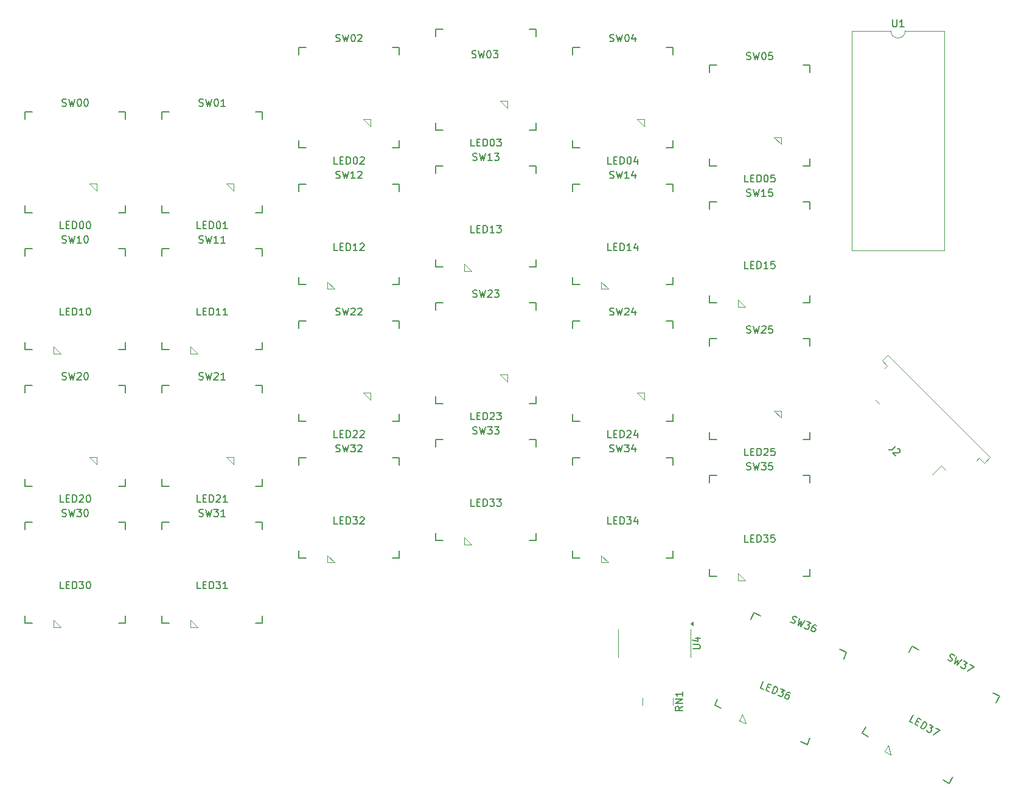
<source format=gbr>
%TF.GenerationSoftware,KiCad,Pcbnew,8.0.8-8.0.8-0~ubuntu22.04.1*%
%TF.CreationDate,2025-02-03T17:59:22-06:00*%
%TF.ProjectId,kbd,6b62642e-6b69-4636-9164-5f7063625858,rev?*%
%TF.SameCoordinates,Original*%
%TF.FileFunction,Legend,Top*%
%TF.FilePolarity,Positive*%
%FSLAX46Y46*%
G04 Gerber Fmt 4.6, Leading zero omitted, Abs format (unit mm)*
G04 Created by KiCad (PCBNEW 8.0.8-8.0.8-0~ubuntu22.04.1) date 2025-02-03 17:59:22*
%MOMM*%
%LPD*%
G01*
G04 APERTURE LIST*
%ADD10C,0.150000*%
%ADD11C,0.100000*%
%ADD12C,0.120000*%
G04 APERTURE END LIST*
D10*
X153654761Y-112904819D02*
X153178571Y-112904819D01*
X153178571Y-112904819D02*
X153178571Y-111904819D01*
X153988095Y-112381009D02*
X154321428Y-112381009D01*
X154464285Y-112904819D02*
X153988095Y-112904819D01*
X153988095Y-112904819D02*
X153988095Y-111904819D01*
X153988095Y-111904819D02*
X154464285Y-111904819D01*
X154892857Y-112904819D02*
X154892857Y-111904819D01*
X154892857Y-111904819D02*
X155130952Y-111904819D01*
X155130952Y-111904819D02*
X155273809Y-111952438D01*
X155273809Y-111952438D02*
X155369047Y-112047676D01*
X155369047Y-112047676D02*
X155416666Y-112142914D01*
X155416666Y-112142914D02*
X155464285Y-112333390D01*
X155464285Y-112333390D02*
X155464285Y-112476247D01*
X155464285Y-112476247D02*
X155416666Y-112666723D01*
X155416666Y-112666723D02*
X155369047Y-112761961D01*
X155369047Y-112761961D02*
X155273809Y-112857200D01*
X155273809Y-112857200D02*
X155130952Y-112904819D01*
X155130952Y-112904819D02*
X154892857Y-112904819D01*
X155797619Y-111904819D02*
X156416666Y-111904819D01*
X156416666Y-111904819D02*
X156083333Y-112285771D01*
X156083333Y-112285771D02*
X156226190Y-112285771D01*
X156226190Y-112285771D02*
X156321428Y-112333390D01*
X156321428Y-112333390D02*
X156369047Y-112381009D01*
X156369047Y-112381009D02*
X156416666Y-112476247D01*
X156416666Y-112476247D02*
X156416666Y-112714342D01*
X156416666Y-112714342D02*
X156369047Y-112809580D01*
X156369047Y-112809580D02*
X156321428Y-112857200D01*
X156321428Y-112857200D02*
X156226190Y-112904819D01*
X156226190Y-112904819D02*
X155940476Y-112904819D01*
X155940476Y-112904819D02*
X155845238Y-112857200D01*
X155845238Y-112857200D02*
X155797619Y-112809580D01*
X157321428Y-111904819D02*
X156845238Y-111904819D01*
X156845238Y-111904819D02*
X156797619Y-112381009D01*
X156797619Y-112381009D02*
X156845238Y-112333390D01*
X156845238Y-112333390D02*
X156940476Y-112285771D01*
X156940476Y-112285771D02*
X157178571Y-112285771D01*
X157178571Y-112285771D02*
X157273809Y-112333390D01*
X157273809Y-112333390D02*
X157321428Y-112381009D01*
X157321428Y-112381009D02*
X157369047Y-112476247D01*
X157369047Y-112476247D02*
X157369047Y-112714342D01*
X157369047Y-112714342D02*
X157321428Y-112809580D01*
X157321428Y-112809580D02*
X157273809Y-112857200D01*
X157273809Y-112857200D02*
X157178571Y-112904819D01*
X157178571Y-112904819D02*
X156940476Y-112904819D01*
X156940476Y-112904819D02*
X156845238Y-112857200D01*
X156845238Y-112857200D02*
X156797619Y-112809580D01*
X77454761Y-69254819D02*
X76978571Y-69254819D01*
X76978571Y-69254819D02*
X76978571Y-68254819D01*
X77788095Y-68731009D02*
X78121428Y-68731009D01*
X78264285Y-69254819D02*
X77788095Y-69254819D01*
X77788095Y-69254819D02*
X77788095Y-68254819D01*
X77788095Y-68254819D02*
X78264285Y-68254819D01*
X78692857Y-69254819D02*
X78692857Y-68254819D01*
X78692857Y-68254819D02*
X78930952Y-68254819D01*
X78930952Y-68254819D02*
X79073809Y-68302438D01*
X79073809Y-68302438D02*
X79169047Y-68397676D01*
X79169047Y-68397676D02*
X79216666Y-68492914D01*
X79216666Y-68492914D02*
X79264285Y-68683390D01*
X79264285Y-68683390D02*
X79264285Y-68826247D01*
X79264285Y-68826247D02*
X79216666Y-69016723D01*
X79216666Y-69016723D02*
X79169047Y-69111961D01*
X79169047Y-69111961D02*
X79073809Y-69207200D01*
X79073809Y-69207200D02*
X78930952Y-69254819D01*
X78930952Y-69254819D02*
X78692857Y-69254819D01*
X79883333Y-68254819D02*
X79978571Y-68254819D01*
X79978571Y-68254819D02*
X80073809Y-68302438D01*
X80073809Y-68302438D02*
X80121428Y-68350057D01*
X80121428Y-68350057D02*
X80169047Y-68445295D01*
X80169047Y-68445295D02*
X80216666Y-68635771D01*
X80216666Y-68635771D02*
X80216666Y-68873866D01*
X80216666Y-68873866D02*
X80169047Y-69064342D01*
X80169047Y-69064342D02*
X80121428Y-69159580D01*
X80121428Y-69159580D02*
X80073809Y-69207200D01*
X80073809Y-69207200D02*
X79978571Y-69254819D01*
X79978571Y-69254819D02*
X79883333Y-69254819D01*
X79883333Y-69254819D02*
X79788095Y-69207200D01*
X79788095Y-69207200D02*
X79740476Y-69159580D01*
X79740476Y-69159580D02*
X79692857Y-69064342D01*
X79692857Y-69064342D02*
X79645238Y-68873866D01*
X79645238Y-68873866D02*
X79645238Y-68635771D01*
X79645238Y-68635771D02*
X79692857Y-68445295D01*
X79692857Y-68445295D02*
X79740476Y-68350057D01*
X79740476Y-68350057D02*
X79788095Y-68302438D01*
X79788095Y-68302438D02*
X79883333Y-68254819D01*
X81169047Y-69254819D02*
X80597619Y-69254819D01*
X80883333Y-69254819D02*
X80883333Y-68254819D01*
X80883333Y-68254819D02*
X80788095Y-68397676D01*
X80788095Y-68397676D02*
X80692857Y-68492914D01*
X80692857Y-68492914D02*
X80597619Y-68540533D01*
X134390476Y-43152200D02*
X134533333Y-43199819D01*
X134533333Y-43199819D02*
X134771428Y-43199819D01*
X134771428Y-43199819D02*
X134866666Y-43152200D01*
X134866666Y-43152200D02*
X134914285Y-43104580D01*
X134914285Y-43104580D02*
X134961904Y-43009342D01*
X134961904Y-43009342D02*
X134961904Y-42914104D01*
X134961904Y-42914104D02*
X134914285Y-42818866D01*
X134914285Y-42818866D02*
X134866666Y-42771247D01*
X134866666Y-42771247D02*
X134771428Y-42723628D01*
X134771428Y-42723628D02*
X134580952Y-42676009D01*
X134580952Y-42676009D02*
X134485714Y-42628390D01*
X134485714Y-42628390D02*
X134438095Y-42580771D01*
X134438095Y-42580771D02*
X134390476Y-42485533D01*
X134390476Y-42485533D02*
X134390476Y-42390295D01*
X134390476Y-42390295D02*
X134438095Y-42295057D01*
X134438095Y-42295057D02*
X134485714Y-42247438D01*
X134485714Y-42247438D02*
X134580952Y-42199819D01*
X134580952Y-42199819D02*
X134819047Y-42199819D01*
X134819047Y-42199819D02*
X134961904Y-42247438D01*
X135295238Y-42199819D02*
X135533333Y-43199819D01*
X135533333Y-43199819D02*
X135723809Y-42485533D01*
X135723809Y-42485533D02*
X135914285Y-43199819D01*
X135914285Y-43199819D02*
X136152381Y-42199819D01*
X136723809Y-42199819D02*
X136819047Y-42199819D01*
X136819047Y-42199819D02*
X136914285Y-42247438D01*
X136914285Y-42247438D02*
X136961904Y-42295057D01*
X136961904Y-42295057D02*
X137009523Y-42390295D01*
X137009523Y-42390295D02*
X137057142Y-42580771D01*
X137057142Y-42580771D02*
X137057142Y-42818866D01*
X137057142Y-42818866D02*
X137009523Y-43009342D01*
X137009523Y-43009342D02*
X136961904Y-43104580D01*
X136961904Y-43104580D02*
X136914285Y-43152200D01*
X136914285Y-43152200D02*
X136819047Y-43199819D01*
X136819047Y-43199819D02*
X136723809Y-43199819D01*
X136723809Y-43199819D02*
X136628571Y-43152200D01*
X136628571Y-43152200D02*
X136580952Y-43104580D01*
X136580952Y-43104580D02*
X136533333Y-43009342D01*
X136533333Y-43009342D02*
X136485714Y-42818866D01*
X136485714Y-42818866D02*
X136485714Y-42580771D01*
X136485714Y-42580771D02*
X136533333Y-42390295D01*
X136533333Y-42390295D02*
X136580952Y-42295057D01*
X136580952Y-42295057D02*
X136628571Y-42247438D01*
X136628571Y-42247438D02*
X136723809Y-42199819D01*
X137914285Y-42533152D02*
X137914285Y-43199819D01*
X137676190Y-42152200D02*
X137438095Y-42866485D01*
X137438095Y-42866485D02*
X138057142Y-42866485D01*
X134604761Y-60254819D02*
X134128571Y-60254819D01*
X134128571Y-60254819D02*
X134128571Y-59254819D01*
X134938095Y-59731009D02*
X135271428Y-59731009D01*
X135414285Y-60254819D02*
X134938095Y-60254819D01*
X134938095Y-60254819D02*
X134938095Y-59254819D01*
X134938095Y-59254819D02*
X135414285Y-59254819D01*
X135842857Y-60254819D02*
X135842857Y-59254819D01*
X135842857Y-59254819D02*
X136080952Y-59254819D01*
X136080952Y-59254819D02*
X136223809Y-59302438D01*
X136223809Y-59302438D02*
X136319047Y-59397676D01*
X136319047Y-59397676D02*
X136366666Y-59492914D01*
X136366666Y-59492914D02*
X136414285Y-59683390D01*
X136414285Y-59683390D02*
X136414285Y-59826247D01*
X136414285Y-59826247D02*
X136366666Y-60016723D01*
X136366666Y-60016723D02*
X136319047Y-60111961D01*
X136319047Y-60111961D02*
X136223809Y-60207200D01*
X136223809Y-60207200D02*
X136080952Y-60254819D01*
X136080952Y-60254819D02*
X135842857Y-60254819D01*
X137033333Y-59254819D02*
X137128571Y-59254819D01*
X137128571Y-59254819D02*
X137223809Y-59302438D01*
X137223809Y-59302438D02*
X137271428Y-59350057D01*
X137271428Y-59350057D02*
X137319047Y-59445295D01*
X137319047Y-59445295D02*
X137366666Y-59635771D01*
X137366666Y-59635771D02*
X137366666Y-59873866D01*
X137366666Y-59873866D02*
X137319047Y-60064342D01*
X137319047Y-60064342D02*
X137271428Y-60159580D01*
X137271428Y-60159580D02*
X137223809Y-60207200D01*
X137223809Y-60207200D02*
X137128571Y-60254819D01*
X137128571Y-60254819D02*
X137033333Y-60254819D01*
X137033333Y-60254819D02*
X136938095Y-60207200D01*
X136938095Y-60207200D02*
X136890476Y-60159580D01*
X136890476Y-60159580D02*
X136842857Y-60064342D01*
X136842857Y-60064342D02*
X136795238Y-59873866D01*
X136795238Y-59873866D02*
X136795238Y-59635771D01*
X136795238Y-59635771D02*
X136842857Y-59445295D01*
X136842857Y-59445295D02*
X136890476Y-59350057D01*
X136890476Y-59350057D02*
X136938095Y-59302438D01*
X136938095Y-59302438D02*
X137033333Y-59254819D01*
X138223809Y-59588152D02*
X138223809Y-60254819D01*
X137985714Y-59207200D02*
X137747619Y-59921485D01*
X137747619Y-59921485D02*
X138366666Y-59921485D01*
X58404761Y-119404819D02*
X57928571Y-119404819D01*
X57928571Y-119404819D02*
X57928571Y-118404819D01*
X58738095Y-118881009D02*
X59071428Y-118881009D01*
X59214285Y-119404819D02*
X58738095Y-119404819D01*
X58738095Y-119404819D02*
X58738095Y-118404819D01*
X58738095Y-118404819D02*
X59214285Y-118404819D01*
X59642857Y-119404819D02*
X59642857Y-118404819D01*
X59642857Y-118404819D02*
X59880952Y-118404819D01*
X59880952Y-118404819D02*
X60023809Y-118452438D01*
X60023809Y-118452438D02*
X60119047Y-118547676D01*
X60119047Y-118547676D02*
X60166666Y-118642914D01*
X60166666Y-118642914D02*
X60214285Y-118833390D01*
X60214285Y-118833390D02*
X60214285Y-118976247D01*
X60214285Y-118976247D02*
X60166666Y-119166723D01*
X60166666Y-119166723D02*
X60119047Y-119261961D01*
X60119047Y-119261961D02*
X60023809Y-119357200D01*
X60023809Y-119357200D02*
X59880952Y-119404819D01*
X59880952Y-119404819D02*
X59642857Y-119404819D01*
X60547619Y-118404819D02*
X61166666Y-118404819D01*
X61166666Y-118404819D02*
X60833333Y-118785771D01*
X60833333Y-118785771D02*
X60976190Y-118785771D01*
X60976190Y-118785771D02*
X61071428Y-118833390D01*
X61071428Y-118833390D02*
X61119047Y-118881009D01*
X61119047Y-118881009D02*
X61166666Y-118976247D01*
X61166666Y-118976247D02*
X61166666Y-119214342D01*
X61166666Y-119214342D02*
X61119047Y-119309580D01*
X61119047Y-119309580D02*
X61071428Y-119357200D01*
X61071428Y-119357200D02*
X60976190Y-119404819D01*
X60976190Y-119404819D02*
X60690476Y-119404819D01*
X60690476Y-119404819D02*
X60595238Y-119357200D01*
X60595238Y-119357200D02*
X60547619Y-119309580D01*
X61785714Y-118404819D02*
X61880952Y-118404819D01*
X61880952Y-118404819D02*
X61976190Y-118452438D01*
X61976190Y-118452438D02*
X62023809Y-118500057D01*
X62023809Y-118500057D02*
X62071428Y-118595295D01*
X62071428Y-118595295D02*
X62119047Y-118785771D01*
X62119047Y-118785771D02*
X62119047Y-119023866D01*
X62119047Y-119023866D02*
X62071428Y-119214342D01*
X62071428Y-119214342D02*
X62023809Y-119309580D01*
X62023809Y-119309580D02*
X61976190Y-119357200D01*
X61976190Y-119357200D02*
X61880952Y-119404819D01*
X61880952Y-119404819D02*
X61785714Y-119404819D01*
X61785714Y-119404819D02*
X61690476Y-119357200D01*
X61690476Y-119357200D02*
X61642857Y-119309580D01*
X61642857Y-119309580D02*
X61595238Y-119214342D01*
X61595238Y-119214342D02*
X61547619Y-119023866D01*
X61547619Y-119023866D02*
X61547619Y-118785771D01*
X61547619Y-118785771D02*
X61595238Y-118595295D01*
X61595238Y-118595295D02*
X61642857Y-118500057D01*
X61642857Y-118500057D02*
X61690476Y-118452438D01*
X61690476Y-118452438D02*
X61785714Y-118404819D01*
X58404761Y-107354818D02*
X57928571Y-107354818D01*
X57928571Y-107354818D02*
X57928571Y-106354818D01*
X58738095Y-106831008D02*
X59071428Y-106831008D01*
X59214285Y-107354818D02*
X58738095Y-107354818D01*
X58738095Y-107354818D02*
X58738095Y-106354818D01*
X58738095Y-106354818D02*
X59214285Y-106354818D01*
X59642857Y-107354818D02*
X59642857Y-106354818D01*
X59642857Y-106354818D02*
X59880952Y-106354818D01*
X59880952Y-106354818D02*
X60023809Y-106402437D01*
X60023809Y-106402437D02*
X60119047Y-106497675D01*
X60119047Y-106497675D02*
X60166666Y-106592913D01*
X60166666Y-106592913D02*
X60214285Y-106783389D01*
X60214285Y-106783389D02*
X60214285Y-106926246D01*
X60214285Y-106926246D02*
X60166666Y-107116722D01*
X60166666Y-107116722D02*
X60119047Y-107211960D01*
X60119047Y-107211960D02*
X60023809Y-107307199D01*
X60023809Y-107307199D02*
X59880952Y-107354818D01*
X59880952Y-107354818D02*
X59642857Y-107354818D01*
X60595238Y-106450056D02*
X60642857Y-106402437D01*
X60642857Y-106402437D02*
X60738095Y-106354818D01*
X60738095Y-106354818D02*
X60976190Y-106354818D01*
X60976190Y-106354818D02*
X61071428Y-106402437D01*
X61071428Y-106402437D02*
X61119047Y-106450056D01*
X61119047Y-106450056D02*
X61166666Y-106545294D01*
X61166666Y-106545294D02*
X61166666Y-106640532D01*
X61166666Y-106640532D02*
X61119047Y-106783389D01*
X61119047Y-106783389D02*
X60547619Y-107354818D01*
X60547619Y-107354818D02*
X61166666Y-107354818D01*
X61785714Y-106354818D02*
X61880952Y-106354818D01*
X61880952Y-106354818D02*
X61976190Y-106402437D01*
X61976190Y-106402437D02*
X62023809Y-106450056D01*
X62023809Y-106450056D02*
X62071428Y-106545294D01*
X62071428Y-106545294D02*
X62119047Y-106735770D01*
X62119047Y-106735770D02*
X62119047Y-106973865D01*
X62119047Y-106973865D02*
X62071428Y-107164341D01*
X62071428Y-107164341D02*
X62023809Y-107259579D01*
X62023809Y-107259579D02*
X61976190Y-107307199D01*
X61976190Y-107307199D02*
X61880952Y-107354818D01*
X61880952Y-107354818D02*
X61785714Y-107354818D01*
X61785714Y-107354818D02*
X61690476Y-107307199D01*
X61690476Y-107307199D02*
X61642857Y-107259579D01*
X61642857Y-107259579D02*
X61595238Y-107164341D01*
X61595238Y-107164341D02*
X61547619Y-106973865D01*
X61547619Y-106973865D02*
X61547619Y-106735770D01*
X61547619Y-106735770D02*
X61595238Y-106545294D01*
X61595238Y-106545294D02*
X61642857Y-106450056D01*
X61642857Y-106450056D02*
X61690476Y-106402437D01*
X61690476Y-106402437D02*
X61785714Y-106354818D01*
X153440476Y-45652200D02*
X153583333Y-45699819D01*
X153583333Y-45699819D02*
X153821428Y-45699819D01*
X153821428Y-45699819D02*
X153916666Y-45652200D01*
X153916666Y-45652200D02*
X153964285Y-45604580D01*
X153964285Y-45604580D02*
X154011904Y-45509342D01*
X154011904Y-45509342D02*
X154011904Y-45414104D01*
X154011904Y-45414104D02*
X153964285Y-45318866D01*
X153964285Y-45318866D02*
X153916666Y-45271247D01*
X153916666Y-45271247D02*
X153821428Y-45223628D01*
X153821428Y-45223628D02*
X153630952Y-45176009D01*
X153630952Y-45176009D02*
X153535714Y-45128390D01*
X153535714Y-45128390D02*
X153488095Y-45080771D01*
X153488095Y-45080771D02*
X153440476Y-44985533D01*
X153440476Y-44985533D02*
X153440476Y-44890295D01*
X153440476Y-44890295D02*
X153488095Y-44795057D01*
X153488095Y-44795057D02*
X153535714Y-44747438D01*
X153535714Y-44747438D02*
X153630952Y-44699819D01*
X153630952Y-44699819D02*
X153869047Y-44699819D01*
X153869047Y-44699819D02*
X154011904Y-44747438D01*
X154345238Y-44699819D02*
X154583333Y-45699819D01*
X154583333Y-45699819D02*
X154773809Y-44985533D01*
X154773809Y-44985533D02*
X154964285Y-45699819D01*
X154964285Y-45699819D02*
X155202381Y-44699819D01*
X155773809Y-44699819D02*
X155869047Y-44699819D01*
X155869047Y-44699819D02*
X155964285Y-44747438D01*
X155964285Y-44747438D02*
X156011904Y-44795057D01*
X156011904Y-44795057D02*
X156059523Y-44890295D01*
X156059523Y-44890295D02*
X156107142Y-45080771D01*
X156107142Y-45080771D02*
X156107142Y-45318866D01*
X156107142Y-45318866D02*
X156059523Y-45509342D01*
X156059523Y-45509342D02*
X156011904Y-45604580D01*
X156011904Y-45604580D02*
X155964285Y-45652200D01*
X155964285Y-45652200D02*
X155869047Y-45699819D01*
X155869047Y-45699819D02*
X155773809Y-45699819D01*
X155773809Y-45699819D02*
X155678571Y-45652200D01*
X155678571Y-45652200D02*
X155630952Y-45604580D01*
X155630952Y-45604580D02*
X155583333Y-45509342D01*
X155583333Y-45509342D02*
X155535714Y-45318866D01*
X155535714Y-45318866D02*
X155535714Y-45080771D01*
X155535714Y-45080771D02*
X155583333Y-44890295D01*
X155583333Y-44890295D02*
X155630952Y-44795057D01*
X155630952Y-44795057D02*
X155678571Y-44747438D01*
X155678571Y-44747438D02*
X155773809Y-44699819D01*
X157011904Y-44699819D02*
X156535714Y-44699819D01*
X156535714Y-44699819D02*
X156488095Y-45176009D01*
X156488095Y-45176009D02*
X156535714Y-45128390D01*
X156535714Y-45128390D02*
X156630952Y-45080771D01*
X156630952Y-45080771D02*
X156869047Y-45080771D01*
X156869047Y-45080771D02*
X156964285Y-45128390D01*
X156964285Y-45128390D02*
X157011904Y-45176009D01*
X157011904Y-45176009D02*
X157059523Y-45271247D01*
X157059523Y-45271247D02*
X157059523Y-45509342D01*
X157059523Y-45509342D02*
X157011904Y-45604580D01*
X157011904Y-45604580D02*
X156964285Y-45652200D01*
X156964285Y-45652200D02*
X156869047Y-45699819D01*
X156869047Y-45699819D02*
X156630952Y-45699819D01*
X156630952Y-45699819D02*
X156535714Y-45652200D01*
X156535714Y-45652200D02*
X156488095Y-45604580D01*
X145959819Y-127761904D02*
X146769342Y-127761904D01*
X146769342Y-127761904D02*
X146864580Y-127714285D01*
X146864580Y-127714285D02*
X146912200Y-127666666D01*
X146912200Y-127666666D02*
X146959819Y-127571428D01*
X146959819Y-127571428D02*
X146959819Y-127380952D01*
X146959819Y-127380952D02*
X146912200Y-127285714D01*
X146912200Y-127285714D02*
X146864580Y-127238095D01*
X146864580Y-127238095D02*
X146769342Y-127190476D01*
X146769342Y-127190476D02*
X145959819Y-127190476D01*
X146293152Y-126285714D02*
X146959819Y-126285714D01*
X145912200Y-126523809D02*
X146626485Y-126761904D01*
X146626485Y-126761904D02*
X146626485Y-126142857D01*
X115340476Y-59702200D02*
X115483333Y-59749819D01*
X115483333Y-59749819D02*
X115721428Y-59749819D01*
X115721428Y-59749819D02*
X115816666Y-59702200D01*
X115816666Y-59702200D02*
X115864285Y-59654580D01*
X115864285Y-59654580D02*
X115911904Y-59559342D01*
X115911904Y-59559342D02*
X115911904Y-59464104D01*
X115911904Y-59464104D02*
X115864285Y-59368866D01*
X115864285Y-59368866D02*
X115816666Y-59321247D01*
X115816666Y-59321247D02*
X115721428Y-59273628D01*
X115721428Y-59273628D02*
X115530952Y-59226009D01*
X115530952Y-59226009D02*
X115435714Y-59178390D01*
X115435714Y-59178390D02*
X115388095Y-59130771D01*
X115388095Y-59130771D02*
X115340476Y-59035533D01*
X115340476Y-59035533D02*
X115340476Y-58940295D01*
X115340476Y-58940295D02*
X115388095Y-58845057D01*
X115388095Y-58845057D02*
X115435714Y-58797438D01*
X115435714Y-58797438D02*
X115530952Y-58749819D01*
X115530952Y-58749819D02*
X115769047Y-58749819D01*
X115769047Y-58749819D02*
X115911904Y-58797438D01*
X116245238Y-58749819D02*
X116483333Y-59749819D01*
X116483333Y-59749819D02*
X116673809Y-59035533D01*
X116673809Y-59035533D02*
X116864285Y-59749819D01*
X116864285Y-59749819D02*
X117102381Y-58749819D01*
X118007142Y-59749819D02*
X117435714Y-59749819D01*
X117721428Y-59749819D02*
X117721428Y-58749819D01*
X117721428Y-58749819D02*
X117626190Y-58892676D01*
X117626190Y-58892676D02*
X117530952Y-58987914D01*
X117530952Y-58987914D02*
X117435714Y-59035533D01*
X118340476Y-58749819D02*
X118959523Y-58749819D01*
X118959523Y-58749819D02*
X118626190Y-59130771D01*
X118626190Y-59130771D02*
X118769047Y-59130771D01*
X118769047Y-59130771D02*
X118864285Y-59178390D01*
X118864285Y-59178390D02*
X118911904Y-59226009D01*
X118911904Y-59226009D02*
X118959523Y-59321247D01*
X118959523Y-59321247D02*
X118959523Y-59559342D01*
X118959523Y-59559342D02*
X118911904Y-59654580D01*
X118911904Y-59654580D02*
X118864285Y-59702200D01*
X118864285Y-59702200D02*
X118769047Y-59749819D01*
X118769047Y-59749819D02*
X118483333Y-59749819D01*
X118483333Y-59749819D02*
X118388095Y-59702200D01*
X118388095Y-59702200D02*
X118340476Y-59654580D01*
X115340476Y-97802200D02*
X115483333Y-97849819D01*
X115483333Y-97849819D02*
X115721428Y-97849819D01*
X115721428Y-97849819D02*
X115816666Y-97802200D01*
X115816666Y-97802200D02*
X115864285Y-97754580D01*
X115864285Y-97754580D02*
X115911904Y-97659342D01*
X115911904Y-97659342D02*
X115911904Y-97564104D01*
X115911904Y-97564104D02*
X115864285Y-97468866D01*
X115864285Y-97468866D02*
X115816666Y-97421247D01*
X115816666Y-97421247D02*
X115721428Y-97373628D01*
X115721428Y-97373628D02*
X115530952Y-97326009D01*
X115530952Y-97326009D02*
X115435714Y-97278390D01*
X115435714Y-97278390D02*
X115388095Y-97230771D01*
X115388095Y-97230771D02*
X115340476Y-97135533D01*
X115340476Y-97135533D02*
X115340476Y-97040295D01*
X115340476Y-97040295D02*
X115388095Y-96945057D01*
X115388095Y-96945057D02*
X115435714Y-96897438D01*
X115435714Y-96897438D02*
X115530952Y-96849819D01*
X115530952Y-96849819D02*
X115769047Y-96849819D01*
X115769047Y-96849819D02*
X115911904Y-96897438D01*
X116245238Y-96849819D02*
X116483333Y-97849819D01*
X116483333Y-97849819D02*
X116673809Y-97135533D01*
X116673809Y-97135533D02*
X116864285Y-97849819D01*
X116864285Y-97849819D02*
X117102381Y-96849819D01*
X117388095Y-96849819D02*
X118007142Y-96849819D01*
X118007142Y-96849819D02*
X117673809Y-97230771D01*
X117673809Y-97230771D02*
X117816666Y-97230771D01*
X117816666Y-97230771D02*
X117911904Y-97278390D01*
X117911904Y-97278390D02*
X117959523Y-97326009D01*
X117959523Y-97326009D02*
X118007142Y-97421247D01*
X118007142Y-97421247D02*
X118007142Y-97659342D01*
X118007142Y-97659342D02*
X117959523Y-97754580D01*
X117959523Y-97754580D02*
X117911904Y-97802200D01*
X117911904Y-97802200D02*
X117816666Y-97849819D01*
X117816666Y-97849819D02*
X117530952Y-97849819D01*
X117530952Y-97849819D02*
X117435714Y-97802200D01*
X117435714Y-97802200D02*
X117388095Y-97754580D01*
X118340476Y-96849819D02*
X118959523Y-96849819D01*
X118959523Y-96849819D02*
X118626190Y-97230771D01*
X118626190Y-97230771D02*
X118769047Y-97230771D01*
X118769047Y-97230771D02*
X118864285Y-97278390D01*
X118864285Y-97278390D02*
X118911904Y-97326009D01*
X118911904Y-97326009D02*
X118959523Y-97421247D01*
X118959523Y-97421247D02*
X118959523Y-97659342D01*
X118959523Y-97659342D02*
X118911904Y-97754580D01*
X118911904Y-97754580D02*
X118864285Y-97802200D01*
X118864285Y-97802200D02*
X118769047Y-97849819D01*
X118769047Y-97849819D02*
X118483333Y-97849819D01*
X118483333Y-97849819D02*
X118388095Y-97802200D01*
X118388095Y-97802200D02*
X118340476Y-97754580D01*
X174167601Y-99517666D02*
X173662525Y-100022742D01*
X173662525Y-100022742D02*
X173527838Y-100090086D01*
X173527838Y-100090086D02*
X173393151Y-100090086D01*
X173393151Y-100090086D02*
X173258464Y-100022742D01*
X173258464Y-100022742D02*
X173191120Y-99955399D01*
X174403304Y-99888055D02*
X174470647Y-99888055D01*
X174470647Y-99888055D02*
X174571662Y-99921727D01*
X174571662Y-99921727D02*
X174740021Y-100090086D01*
X174740021Y-100090086D02*
X174773693Y-100191101D01*
X174773693Y-100191101D02*
X174773693Y-100258445D01*
X174773693Y-100258445D02*
X174740021Y-100359460D01*
X174740021Y-100359460D02*
X174672678Y-100426803D01*
X174672678Y-100426803D02*
X174537991Y-100494147D01*
X174537991Y-100494147D02*
X173729869Y-100494147D01*
X173729869Y-100494147D02*
X174167601Y-100931880D01*
X181406806Y-129248843D02*
X181506714Y-129361511D01*
X181506714Y-129361511D02*
X181712911Y-129480559D01*
X181712911Y-129480559D02*
X181819199Y-129486938D01*
X181819199Y-129486938D02*
X181884248Y-129469509D01*
X181884248Y-129469509D02*
X181973106Y-129410840D01*
X181973106Y-129410840D02*
X182020725Y-129328361D01*
X182020725Y-129328361D02*
X182027105Y-129222073D01*
X182027105Y-129222073D02*
X182009675Y-129157024D01*
X182009675Y-129157024D02*
X181951006Y-129068166D01*
X181951006Y-129068166D02*
X181809858Y-128931688D01*
X181809858Y-128931688D02*
X181751189Y-128842830D01*
X181751189Y-128842830D02*
X181733760Y-128777781D01*
X181733760Y-128777781D02*
X181740139Y-128671493D01*
X181740139Y-128671493D02*
X181787758Y-128589014D01*
X181787758Y-128589014D02*
X181876617Y-128530345D01*
X181876617Y-128530345D02*
X181941665Y-128512915D01*
X181941665Y-128512915D02*
X182047954Y-128519295D01*
X182047954Y-128519295D02*
X182254150Y-128638343D01*
X182254150Y-128638343D02*
X182354059Y-128751011D01*
X182666543Y-128876438D02*
X182372740Y-129861511D01*
X182372740Y-129861511D02*
X182894840Y-129338160D01*
X182894840Y-129338160D02*
X182702654Y-130051987D01*
X182702654Y-130051987D02*
X183408851Y-129305009D01*
X183656286Y-129447867D02*
X184192397Y-129757390D01*
X184192397Y-129757390D02*
X183713246Y-129920638D01*
X183713246Y-129920638D02*
X183836964Y-129992067D01*
X183836964Y-129992067D02*
X183895633Y-130080925D01*
X183895633Y-130080925D02*
X183913063Y-130145974D01*
X183913063Y-130145974D02*
X183906683Y-130252262D01*
X183906683Y-130252262D02*
X183787635Y-130458459D01*
X183787635Y-130458459D02*
X183698777Y-130517128D01*
X183698777Y-130517128D02*
X183633728Y-130534557D01*
X183633728Y-130534557D02*
X183527440Y-130528178D01*
X183527440Y-130528178D02*
X183280004Y-130385320D01*
X183280004Y-130385320D02*
X183221335Y-130296462D01*
X183221335Y-130296462D02*
X183203905Y-130231413D01*
X184481073Y-129924057D02*
X185058423Y-130257390D01*
X185058423Y-130257390D02*
X184187269Y-130909130D01*
X153440476Y-64702200D02*
X153583333Y-64749819D01*
X153583333Y-64749819D02*
X153821428Y-64749819D01*
X153821428Y-64749819D02*
X153916666Y-64702200D01*
X153916666Y-64702200D02*
X153964285Y-64654580D01*
X153964285Y-64654580D02*
X154011904Y-64559342D01*
X154011904Y-64559342D02*
X154011904Y-64464104D01*
X154011904Y-64464104D02*
X153964285Y-64368866D01*
X153964285Y-64368866D02*
X153916666Y-64321247D01*
X153916666Y-64321247D02*
X153821428Y-64273628D01*
X153821428Y-64273628D02*
X153630952Y-64226009D01*
X153630952Y-64226009D02*
X153535714Y-64178390D01*
X153535714Y-64178390D02*
X153488095Y-64130771D01*
X153488095Y-64130771D02*
X153440476Y-64035533D01*
X153440476Y-64035533D02*
X153440476Y-63940295D01*
X153440476Y-63940295D02*
X153488095Y-63845057D01*
X153488095Y-63845057D02*
X153535714Y-63797438D01*
X153535714Y-63797438D02*
X153630952Y-63749819D01*
X153630952Y-63749819D02*
X153869047Y-63749819D01*
X153869047Y-63749819D02*
X154011904Y-63797438D01*
X154345238Y-63749819D02*
X154583333Y-64749819D01*
X154583333Y-64749819D02*
X154773809Y-64035533D01*
X154773809Y-64035533D02*
X154964285Y-64749819D01*
X154964285Y-64749819D02*
X155202381Y-63749819D01*
X156107142Y-64749819D02*
X155535714Y-64749819D01*
X155821428Y-64749819D02*
X155821428Y-63749819D01*
X155821428Y-63749819D02*
X155726190Y-63892676D01*
X155726190Y-63892676D02*
X155630952Y-63987914D01*
X155630952Y-63987914D02*
X155535714Y-64035533D01*
X157011904Y-63749819D02*
X156535714Y-63749819D01*
X156535714Y-63749819D02*
X156488095Y-64226009D01*
X156488095Y-64226009D02*
X156535714Y-64178390D01*
X156535714Y-64178390D02*
X156630952Y-64130771D01*
X156630952Y-64130771D02*
X156869047Y-64130771D01*
X156869047Y-64130771D02*
X156964285Y-64178390D01*
X156964285Y-64178390D02*
X157011904Y-64226009D01*
X157011904Y-64226009D02*
X157059523Y-64321247D01*
X157059523Y-64321247D02*
X157059523Y-64559342D01*
X157059523Y-64559342D02*
X157011904Y-64654580D01*
X157011904Y-64654580D02*
X156964285Y-64702200D01*
X156964285Y-64702200D02*
X156869047Y-64749819D01*
X156869047Y-64749819D02*
X156630952Y-64749819D01*
X156630952Y-64749819D02*
X156535714Y-64702200D01*
X156535714Y-64702200D02*
X156488095Y-64654580D01*
X115554761Y-69804819D02*
X115078571Y-69804819D01*
X115078571Y-69804819D02*
X115078571Y-68804819D01*
X115888095Y-69281009D02*
X116221428Y-69281009D01*
X116364285Y-69804819D02*
X115888095Y-69804819D01*
X115888095Y-69804819D02*
X115888095Y-68804819D01*
X115888095Y-68804819D02*
X116364285Y-68804819D01*
X116792857Y-69804819D02*
X116792857Y-68804819D01*
X116792857Y-68804819D02*
X117030952Y-68804819D01*
X117030952Y-68804819D02*
X117173809Y-68852438D01*
X117173809Y-68852438D02*
X117269047Y-68947676D01*
X117269047Y-68947676D02*
X117316666Y-69042914D01*
X117316666Y-69042914D02*
X117364285Y-69233390D01*
X117364285Y-69233390D02*
X117364285Y-69376247D01*
X117364285Y-69376247D02*
X117316666Y-69566723D01*
X117316666Y-69566723D02*
X117269047Y-69661961D01*
X117269047Y-69661961D02*
X117173809Y-69757200D01*
X117173809Y-69757200D02*
X117030952Y-69804819D01*
X117030952Y-69804819D02*
X116792857Y-69804819D01*
X118316666Y-69804819D02*
X117745238Y-69804819D01*
X118030952Y-69804819D02*
X118030952Y-68804819D01*
X118030952Y-68804819D02*
X117935714Y-68947676D01*
X117935714Y-68947676D02*
X117840476Y-69042914D01*
X117840476Y-69042914D02*
X117745238Y-69090533D01*
X118650000Y-68804819D02*
X119269047Y-68804819D01*
X119269047Y-68804819D02*
X118935714Y-69185771D01*
X118935714Y-69185771D02*
X119078571Y-69185771D01*
X119078571Y-69185771D02*
X119173809Y-69233390D01*
X119173809Y-69233390D02*
X119221428Y-69281009D01*
X119221428Y-69281009D02*
X119269047Y-69376247D01*
X119269047Y-69376247D02*
X119269047Y-69614342D01*
X119269047Y-69614342D02*
X119221428Y-69709580D01*
X119221428Y-69709580D02*
X119173809Y-69757200D01*
X119173809Y-69757200D02*
X119078571Y-69804819D01*
X119078571Y-69804819D02*
X118792857Y-69804819D01*
X118792857Y-69804819D02*
X118697619Y-69757200D01*
X118697619Y-69757200D02*
X118650000Y-69709580D01*
X134390476Y-62202200D02*
X134533333Y-62249819D01*
X134533333Y-62249819D02*
X134771428Y-62249819D01*
X134771428Y-62249819D02*
X134866666Y-62202200D01*
X134866666Y-62202200D02*
X134914285Y-62154580D01*
X134914285Y-62154580D02*
X134961904Y-62059342D01*
X134961904Y-62059342D02*
X134961904Y-61964104D01*
X134961904Y-61964104D02*
X134914285Y-61868866D01*
X134914285Y-61868866D02*
X134866666Y-61821247D01*
X134866666Y-61821247D02*
X134771428Y-61773628D01*
X134771428Y-61773628D02*
X134580952Y-61726009D01*
X134580952Y-61726009D02*
X134485714Y-61678390D01*
X134485714Y-61678390D02*
X134438095Y-61630771D01*
X134438095Y-61630771D02*
X134390476Y-61535533D01*
X134390476Y-61535533D02*
X134390476Y-61440295D01*
X134390476Y-61440295D02*
X134438095Y-61345057D01*
X134438095Y-61345057D02*
X134485714Y-61297438D01*
X134485714Y-61297438D02*
X134580952Y-61249819D01*
X134580952Y-61249819D02*
X134819047Y-61249819D01*
X134819047Y-61249819D02*
X134961904Y-61297438D01*
X135295238Y-61249819D02*
X135533333Y-62249819D01*
X135533333Y-62249819D02*
X135723809Y-61535533D01*
X135723809Y-61535533D02*
X135914285Y-62249819D01*
X135914285Y-62249819D02*
X136152381Y-61249819D01*
X137057142Y-62249819D02*
X136485714Y-62249819D01*
X136771428Y-62249819D02*
X136771428Y-61249819D01*
X136771428Y-61249819D02*
X136676190Y-61392676D01*
X136676190Y-61392676D02*
X136580952Y-61487914D01*
X136580952Y-61487914D02*
X136485714Y-61535533D01*
X137914285Y-61583152D02*
X137914285Y-62249819D01*
X137676190Y-61202200D02*
X137438095Y-61916485D01*
X137438095Y-61916485D02*
X138057142Y-61916485D01*
X77240476Y-109302200D02*
X77383333Y-109349819D01*
X77383333Y-109349819D02*
X77621428Y-109349819D01*
X77621428Y-109349819D02*
X77716666Y-109302200D01*
X77716666Y-109302200D02*
X77764285Y-109254580D01*
X77764285Y-109254580D02*
X77811904Y-109159342D01*
X77811904Y-109159342D02*
X77811904Y-109064104D01*
X77811904Y-109064104D02*
X77764285Y-108968866D01*
X77764285Y-108968866D02*
X77716666Y-108921247D01*
X77716666Y-108921247D02*
X77621428Y-108873628D01*
X77621428Y-108873628D02*
X77430952Y-108826009D01*
X77430952Y-108826009D02*
X77335714Y-108778390D01*
X77335714Y-108778390D02*
X77288095Y-108730771D01*
X77288095Y-108730771D02*
X77240476Y-108635533D01*
X77240476Y-108635533D02*
X77240476Y-108540295D01*
X77240476Y-108540295D02*
X77288095Y-108445057D01*
X77288095Y-108445057D02*
X77335714Y-108397438D01*
X77335714Y-108397438D02*
X77430952Y-108349819D01*
X77430952Y-108349819D02*
X77669047Y-108349819D01*
X77669047Y-108349819D02*
X77811904Y-108397438D01*
X78145238Y-108349819D02*
X78383333Y-109349819D01*
X78383333Y-109349819D02*
X78573809Y-108635533D01*
X78573809Y-108635533D02*
X78764285Y-109349819D01*
X78764285Y-109349819D02*
X79002381Y-108349819D01*
X79288095Y-108349819D02*
X79907142Y-108349819D01*
X79907142Y-108349819D02*
X79573809Y-108730771D01*
X79573809Y-108730771D02*
X79716666Y-108730771D01*
X79716666Y-108730771D02*
X79811904Y-108778390D01*
X79811904Y-108778390D02*
X79859523Y-108826009D01*
X79859523Y-108826009D02*
X79907142Y-108921247D01*
X79907142Y-108921247D02*
X79907142Y-109159342D01*
X79907142Y-109159342D02*
X79859523Y-109254580D01*
X79859523Y-109254580D02*
X79811904Y-109302200D01*
X79811904Y-109302200D02*
X79716666Y-109349819D01*
X79716666Y-109349819D02*
X79430952Y-109349819D01*
X79430952Y-109349819D02*
X79335714Y-109302200D01*
X79335714Y-109302200D02*
X79288095Y-109254580D01*
X80859523Y-109349819D02*
X80288095Y-109349819D01*
X80573809Y-109349819D02*
X80573809Y-108349819D01*
X80573809Y-108349819D02*
X80478571Y-108492676D01*
X80478571Y-108492676D02*
X80383333Y-108587914D01*
X80383333Y-108587914D02*
X80288095Y-108635533D01*
X115190476Y-45407200D02*
X115333333Y-45454819D01*
X115333333Y-45454819D02*
X115571428Y-45454819D01*
X115571428Y-45454819D02*
X115666666Y-45407200D01*
X115666666Y-45407200D02*
X115714285Y-45359580D01*
X115714285Y-45359580D02*
X115761904Y-45264342D01*
X115761904Y-45264342D02*
X115761904Y-45169104D01*
X115761904Y-45169104D02*
X115714285Y-45073866D01*
X115714285Y-45073866D02*
X115666666Y-45026247D01*
X115666666Y-45026247D02*
X115571428Y-44978628D01*
X115571428Y-44978628D02*
X115380952Y-44931009D01*
X115380952Y-44931009D02*
X115285714Y-44883390D01*
X115285714Y-44883390D02*
X115238095Y-44835771D01*
X115238095Y-44835771D02*
X115190476Y-44740533D01*
X115190476Y-44740533D02*
X115190476Y-44645295D01*
X115190476Y-44645295D02*
X115238095Y-44550057D01*
X115238095Y-44550057D02*
X115285714Y-44502438D01*
X115285714Y-44502438D02*
X115380952Y-44454819D01*
X115380952Y-44454819D02*
X115619047Y-44454819D01*
X115619047Y-44454819D02*
X115761904Y-44502438D01*
X116095238Y-44454819D02*
X116333333Y-45454819D01*
X116333333Y-45454819D02*
X116523809Y-44740533D01*
X116523809Y-44740533D02*
X116714285Y-45454819D01*
X116714285Y-45454819D02*
X116952381Y-44454819D01*
X117523809Y-44454819D02*
X117619047Y-44454819D01*
X117619047Y-44454819D02*
X117714285Y-44502438D01*
X117714285Y-44502438D02*
X117761904Y-44550057D01*
X117761904Y-44550057D02*
X117809523Y-44645295D01*
X117809523Y-44645295D02*
X117857142Y-44835771D01*
X117857142Y-44835771D02*
X117857142Y-45073866D01*
X117857142Y-45073866D02*
X117809523Y-45264342D01*
X117809523Y-45264342D02*
X117761904Y-45359580D01*
X117761904Y-45359580D02*
X117714285Y-45407200D01*
X117714285Y-45407200D02*
X117619047Y-45454819D01*
X117619047Y-45454819D02*
X117523809Y-45454819D01*
X117523809Y-45454819D02*
X117428571Y-45407200D01*
X117428571Y-45407200D02*
X117380952Y-45359580D01*
X117380952Y-45359580D02*
X117333333Y-45264342D01*
X117333333Y-45264342D02*
X117285714Y-45073866D01*
X117285714Y-45073866D02*
X117285714Y-44835771D01*
X117285714Y-44835771D02*
X117333333Y-44645295D01*
X117333333Y-44645295D02*
X117380952Y-44550057D01*
X117380952Y-44550057D02*
X117428571Y-44502438D01*
X117428571Y-44502438D02*
X117523809Y-44454819D01*
X118190476Y-44454819D02*
X118809523Y-44454819D01*
X118809523Y-44454819D02*
X118476190Y-44835771D01*
X118476190Y-44835771D02*
X118619047Y-44835771D01*
X118619047Y-44835771D02*
X118714285Y-44883390D01*
X118714285Y-44883390D02*
X118761904Y-44931009D01*
X118761904Y-44931009D02*
X118809523Y-45026247D01*
X118809523Y-45026247D02*
X118809523Y-45264342D01*
X118809523Y-45264342D02*
X118761904Y-45359580D01*
X118761904Y-45359580D02*
X118714285Y-45407200D01*
X118714285Y-45407200D02*
X118619047Y-45454819D01*
X118619047Y-45454819D02*
X118333333Y-45454819D01*
X118333333Y-45454819D02*
X118238095Y-45407200D01*
X118238095Y-45407200D02*
X118190476Y-45359580D01*
X173733095Y-40149819D02*
X173733095Y-40959342D01*
X173733095Y-40959342D02*
X173780714Y-41054580D01*
X173780714Y-41054580D02*
X173828333Y-41102200D01*
X173828333Y-41102200D02*
X173923571Y-41149819D01*
X173923571Y-41149819D02*
X174114047Y-41149819D01*
X174114047Y-41149819D02*
X174209285Y-41102200D01*
X174209285Y-41102200D02*
X174256904Y-41054580D01*
X174256904Y-41054580D02*
X174304523Y-40959342D01*
X174304523Y-40959342D02*
X174304523Y-40149819D01*
X175304523Y-41149819D02*
X174733095Y-41149819D01*
X175018809Y-41149819D02*
X175018809Y-40149819D01*
X175018809Y-40149819D02*
X174923571Y-40292676D01*
X174923571Y-40292676D02*
X174828333Y-40387914D01*
X174828333Y-40387914D02*
X174733095Y-40435533D01*
X96504761Y-110404819D02*
X96028571Y-110404819D01*
X96028571Y-110404819D02*
X96028571Y-109404819D01*
X96838095Y-109881009D02*
X97171428Y-109881009D01*
X97314285Y-110404819D02*
X96838095Y-110404819D01*
X96838095Y-110404819D02*
X96838095Y-109404819D01*
X96838095Y-109404819D02*
X97314285Y-109404819D01*
X97742857Y-110404819D02*
X97742857Y-109404819D01*
X97742857Y-109404819D02*
X97980952Y-109404819D01*
X97980952Y-109404819D02*
X98123809Y-109452438D01*
X98123809Y-109452438D02*
X98219047Y-109547676D01*
X98219047Y-109547676D02*
X98266666Y-109642914D01*
X98266666Y-109642914D02*
X98314285Y-109833390D01*
X98314285Y-109833390D02*
X98314285Y-109976247D01*
X98314285Y-109976247D02*
X98266666Y-110166723D01*
X98266666Y-110166723D02*
X98219047Y-110261961D01*
X98219047Y-110261961D02*
X98123809Y-110357200D01*
X98123809Y-110357200D02*
X97980952Y-110404819D01*
X97980952Y-110404819D02*
X97742857Y-110404819D01*
X98647619Y-109404819D02*
X99266666Y-109404819D01*
X99266666Y-109404819D02*
X98933333Y-109785771D01*
X98933333Y-109785771D02*
X99076190Y-109785771D01*
X99076190Y-109785771D02*
X99171428Y-109833390D01*
X99171428Y-109833390D02*
X99219047Y-109881009D01*
X99219047Y-109881009D02*
X99266666Y-109976247D01*
X99266666Y-109976247D02*
X99266666Y-110214342D01*
X99266666Y-110214342D02*
X99219047Y-110309580D01*
X99219047Y-110309580D02*
X99171428Y-110357200D01*
X99171428Y-110357200D02*
X99076190Y-110404819D01*
X99076190Y-110404819D02*
X98790476Y-110404819D01*
X98790476Y-110404819D02*
X98695238Y-110357200D01*
X98695238Y-110357200D02*
X98647619Y-110309580D01*
X99647619Y-109500057D02*
X99695238Y-109452438D01*
X99695238Y-109452438D02*
X99790476Y-109404819D01*
X99790476Y-109404819D02*
X100028571Y-109404819D01*
X100028571Y-109404819D02*
X100123809Y-109452438D01*
X100123809Y-109452438D02*
X100171428Y-109500057D01*
X100171428Y-109500057D02*
X100219047Y-109595295D01*
X100219047Y-109595295D02*
X100219047Y-109690533D01*
X100219047Y-109690533D02*
X100171428Y-109833390D01*
X100171428Y-109833390D02*
X99600000Y-110404819D01*
X99600000Y-110404819D02*
X100219047Y-110404819D01*
X77454761Y-107354818D02*
X76978571Y-107354818D01*
X76978571Y-107354818D02*
X76978571Y-106354818D01*
X77788095Y-106831008D02*
X78121428Y-106831008D01*
X78264285Y-107354818D02*
X77788095Y-107354818D01*
X77788095Y-107354818D02*
X77788095Y-106354818D01*
X77788095Y-106354818D02*
X78264285Y-106354818D01*
X78692857Y-107354818D02*
X78692857Y-106354818D01*
X78692857Y-106354818D02*
X78930952Y-106354818D01*
X78930952Y-106354818D02*
X79073809Y-106402437D01*
X79073809Y-106402437D02*
X79169047Y-106497675D01*
X79169047Y-106497675D02*
X79216666Y-106592913D01*
X79216666Y-106592913D02*
X79264285Y-106783389D01*
X79264285Y-106783389D02*
X79264285Y-106926246D01*
X79264285Y-106926246D02*
X79216666Y-107116722D01*
X79216666Y-107116722D02*
X79169047Y-107211960D01*
X79169047Y-107211960D02*
X79073809Y-107307199D01*
X79073809Y-107307199D02*
X78930952Y-107354818D01*
X78930952Y-107354818D02*
X78692857Y-107354818D01*
X79645238Y-106450056D02*
X79692857Y-106402437D01*
X79692857Y-106402437D02*
X79788095Y-106354818D01*
X79788095Y-106354818D02*
X80026190Y-106354818D01*
X80026190Y-106354818D02*
X80121428Y-106402437D01*
X80121428Y-106402437D02*
X80169047Y-106450056D01*
X80169047Y-106450056D02*
X80216666Y-106545294D01*
X80216666Y-106545294D02*
X80216666Y-106640532D01*
X80216666Y-106640532D02*
X80169047Y-106783389D01*
X80169047Y-106783389D02*
X79597619Y-107354818D01*
X79597619Y-107354818D02*
X80216666Y-107354818D01*
X81169047Y-107354818D02*
X80597619Y-107354818D01*
X80883333Y-107354818D02*
X80883333Y-106354818D01*
X80883333Y-106354818D02*
X80788095Y-106497675D01*
X80788095Y-106497675D02*
X80692857Y-106592913D01*
X80692857Y-106592913D02*
X80597619Y-106640532D01*
X134390476Y-81252200D02*
X134533333Y-81299819D01*
X134533333Y-81299819D02*
X134771428Y-81299819D01*
X134771428Y-81299819D02*
X134866666Y-81252200D01*
X134866666Y-81252200D02*
X134914285Y-81204580D01*
X134914285Y-81204580D02*
X134961904Y-81109342D01*
X134961904Y-81109342D02*
X134961904Y-81014104D01*
X134961904Y-81014104D02*
X134914285Y-80918866D01*
X134914285Y-80918866D02*
X134866666Y-80871247D01*
X134866666Y-80871247D02*
X134771428Y-80823628D01*
X134771428Y-80823628D02*
X134580952Y-80776009D01*
X134580952Y-80776009D02*
X134485714Y-80728390D01*
X134485714Y-80728390D02*
X134438095Y-80680771D01*
X134438095Y-80680771D02*
X134390476Y-80585533D01*
X134390476Y-80585533D02*
X134390476Y-80490295D01*
X134390476Y-80490295D02*
X134438095Y-80395057D01*
X134438095Y-80395057D02*
X134485714Y-80347438D01*
X134485714Y-80347438D02*
X134580952Y-80299819D01*
X134580952Y-80299819D02*
X134819047Y-80299819D01*
X134819047Y-80299819D02*
X134961904Y-80347438D01*
X135295238Y-80299819D02*
X135533333Y-81299819D01*
X135533333Y-81299819D02*
X135723809Y-80585533D01*
X135723809Y-80585533D02*
X135914285Y-81299819D01*
X135914285Y-81299819D02*
X136152381Y-80299819D01*
X136485714Y-80395057D02*
X136533333Y-80347438D01*
X136533333Y-80347438D02*
X136628571Y-80299819D01*
X136628571Y-80299819D02*
X136866666Y-80299819D01*
X136866666Y-80299819D02*
X136961904Y-80347438D01*
X136961904Y-80347438D02*
X137009523Y-80395057D01*
X137009523Y-80395057D02*
X137057142Y-80490295D01*
X137057142Y-80490295D02*
X137057142Y-80585533D01*
X137057142Y-80585533D02*
X137009523Y-80728390D01*
X137009523Y-80728390D02*
X136438095Y-81299819D01*
X136438095Y-81299819D02*
X137057142Y-81299819D01*
X137914285Y-80633152D02*
X137914285Y-81299819D01*
X137676190Y-80252200D02*
X137438095Y-80966485D01*
X137438095Y-80966485D02*
X138057142Y-80966485D01*
X176541073Y-138115176D02*
X176128680Y-137877081D01*
X176128680Y-137877081D02*
X176628680Y-137011056D01*
X177091653Y-137828211D02*
X177380328Y-137994877D01*
X177242141Y-138519938D02*
X176829748Y-138281843D01*
X176829748Y-138281843D02*
X177329748Y-137415818D01*
X177329748Y-137415818D02*
X177742141Y-137653913D01*
X177613295Y-138734224D02*
X178113295Y-137868199D01*
X178113295Y-137868199D02*
X178319492Y-137987246D01*
X178319492Y-137987246D02*
X178419400Y-138099914D01*
X178419400Y-138099914D02*
X178454260Y-138230012D01*
X178454260Y-138230012D02*
X178447880Y-138336300D01*
X178447880Y-138336300D02*
X178393881Y-138525067D01*
X178393881Y-138525067D02*
X178322453Y-138648785D01*
X178322453Y-138648785D02*
X178185975Y-138789932D01*
X178185975Y-138789932D02*
X178097117Y-138848601D01*
X178097117Y-138848601D02*
X177967019Y-138883461D01*
X177967019Y-138883461D02*
X177819492Y-138853272D01*
X177819492Y-138853272D02*
X177613295Y-138734224D01*
X178896842Y-138320580D02*
X179432953Y-138630103D01*
X179432953Y-138630103D02*
X178953802Y-138793351D01*
X178953802Y-138793351D02*
X179077520Y-138864780D01*
X179077520Y-138864780D02*
X179136189Y-138953638D01*
X179136189Y-138953638D02*
X179153618Y-139018687D01*
X179153618Y-139018687D02*
X179147239Y-139124975D01*
X179147239Y-139124975D02*
X179028191Y-139331172D01*
X179028191Y-139331172D02*
X178939333Y-139389841D01*
X178939333Y-139389841D02*
X178874284Y-139407270D01*
X178874284Y-139407270D02*
X178767996Y-139400891D01*
X178767996Y-139400891D02*
X178520560Y-139258033D01*
X178520560Y-139258033D02*
X178461891Y-139169175D01*
X178461891Y-139169175D02*
X178444461Y-139104126D01*
X179721628Y-138796770D02*
X180298978Y-139130103D01*
X180298978Y-139130103D02*
X179427825Y-139781843D01*
X77240476Y-90252200D02*
X77383333Y-90299819D01*
X77383333Y-90299819D02*
X77621428Y-90299819D01*
X77621428Y-90299819D02*
X77716666Y-90252200D01*
X77716666Y-90252200D02*
X77764285Y-90204580D01*
X77764285Y-90204580D02*
X77811904Y-90109342D01*
X77811904Y-90109342D02*
X77811904Y-90014104D01*
X77811904Y-90014104D02*
X77764285Y-89918866D01*
X77764285Y-89918866D02*
X77716666Y-89871247D01*
X77716666Y-89871247D02*
X77621428Y-89823628D01*
X77621428Y-89823628D02*
X77430952Y-89776009D01*
X77430952Y-89776009D02*
X77335714Y-89728390D01*
X77335714Y-89728390D02*
X77288095Y-89680771D01*
X77288095Y-89680771D02*
X77240476Y-89585533D01*
X77240476Y-89585533D02*
X77240476Y-89490295D01*
X77240476Y-89490295D02*
X77288095Y-89395057D01*
X77288095Y-89395057D02*
X77335714Y-89347438D01*
X77335714Y-89347438D02*
X77430952Y-89299819D01*
X77430952Y-89299819D02*
X77669047Y-89299819D01*
X77669047Y-89299819D02*
X77811904Y-89347438D01*
X78145238Y-89299819D02*
X78383333Y-90299819D01*
X78383333Y-90299819D02*
X78573809Y-89585533D01*
X78573809Y-89585533D02*
X78764285Y-90299819D01*
X78764285Y-90299819D02*
X79002381Y-89299819D01*
X79335714Y-89395057D02*
X79383333Y-89347438D01*
X79383333Y-89347438D02*
X79478571Y-89299819D01*
X79478571Y-89299819D02*
X79716666Y-89299819D01*
X79716666Y-89299819D02*
X79811904Y-89347438D01*
X79811904Y-89347438D02*
X79859523Y-89395057D01*
X79859523Y-89395057D02*
X79907142Y-89490295D01*
X79907142Y-89490295D02*
X79907142Y-89585533D01*
X79907142Y-89585533D02*
X79859523Y-89728390D01*
X79859523Y-89728390D02*
X79288095Y-90299819D01*
X79288095Y-90299819D02*
X79907142Y-90299819D01*
X80859523Y-90299819D02*
X80288095Y-90299819D01*
X80573809Y-90299819D02*
X80573809Y-89299819D01*
X80573809Y-89299819D02*
X80478571Y-89442676D01*
X80478571Y-89442676D02*
X80383333Y-89537914D01*
X80383333Y-89537914D02*
X80288095Y-89585533D01*
X115554761Y-95854818D02*
X115078571Y-95854818D01*
X115078571Y-95854818D02*
X115078571Y-94854818D01*
X115888095Y-95331008D02*
X116221428Y-95331008D01*
X116364285Y-95854818D02*
X115888095Y-95854818D01*
X115888095Y-95854818D02*
X115888095Y-94854818D01*
X115888095Y-94854818D02*
X116364285Y-94854818D01*
X116792857Y-95854818D02*
X116792857Y-94854818D01*
X116792857Y-94854818D02*
X117030952Y-94854818D01*
X117030952Y-94854818D02*
X117173809Y-94902437D01*
X117173809Y-94902437D02*
X117269047Y-94997675D01*
X117269047Y-94997675D02*
X117316666Y-95092913D01*
X117316666Y-95092913D02*
X117364285Y-95283389D01*
X117364285Y-95283389D02*
X117364285Y-95426246D01*
X117364285Y-95426246D02*
X117316666Y-95616722D01*
X117316666Y-95616722D02*
X117269047Y-95711960D01*
X117269047Y-95711960D02*
X117173809Y-95807199D01*
X117173809Y-95807199D02*
X117030952Y-95854818D01*
X117030952Y-95854818D02*
X116792857Y-95854818D01*
X117745238Y-94950056D02*
X117792857Y-94902437D01*
X117792857Y-94902437D02*
X117888095Y-94854818D01*
X117888095Y-94854818D02*
X118126190Y-94854818D01*
X118126190Y-94854818D02*
X118221428Y-94902437D01*
X118221428Y-94902437D02*
X118269047Y-94950056D01*
X118269047Y-94950056D02*
X118316666Y-95045294D01*
X118316666Y-95045294D02*
X118316666Y-95140532D01*
X118316666Y-95140532D02*
X118269047Y-95283389D01*
X118269047Y-95283389D02*
X117697619Y-95854818D01*
X117697619Y-95854818D02*
X118316666Y-95854818D01*
X118650000Y-94854818D02*
X119269047Y-94854818D01*
X119269047Y-94854818D02*
X118935714Y-95235770D01*
X118935714Y-95235770D02*
X119078571Y-95235770D01*
X119078571Y-95235770D02*
X119173809Y-95283389D01*
X119173809Y-95283389D02*
X119221428Y-95331008D01*
X119221428Y-95331008D02*
X119269047Y-95426246D01*
X119269047Y-95426246D02*
X119269047Y-95664341D01*
X119269047Y-95664341D02*
X119221428Y-95759579D01*
X119221428Y-95759579D02*
X119173809Y-95807199D01*
X119173809Y-95807199D02*
X119078571Y-95854818D01*
X119078571Y-95854818D02*
X118792857Y-95854818D01*
X118792857Y-95854818D02*
X118697619Y-95807199D01*
X118697619Y-95807199D02*
X118650000Y-95759579D01*
X144509819Y-135790476D02*
X144033628Y-136123809D01*
X144509819Y-136361904D02*
X143509819Y-136361904D01*
X143509819Y-136361904D02*
X143509819Y-135980952D01*
X143509819Y-135980952D02*
X143557438Y-135885714D01*
X143557438Y-135885714D02*
X143605057Y-135838095D01*
X143605057Y-135838095D02*
X143700295Y-135790476D01*
X143700295Y-135790476D02*
X143843152Y-135790476D01*
X143843152Y-135790476D02*
X143938390Y-135838095D01*
X143938390Y-135838095D02*
X143986009Y-135885714D01*
X143986009Y-135885714D02*
X144033628Y-135980952D01*
X144033628Y-135980952D02*
X144033628Y-136361904D01*
X144509819Y-135361904D02*
X143509819Y-135361904D01*
X143509819Y-135361904D02*
X144509819Y-134790476D01*
X144509819Y-134790476D02*
X143509819Y-134790476D01*
X144509819Y-133790476D02*
X144509819Y-134361904D01*
X144509819Y-134076190D02*
X143509819Y-134076190D01*
X143509819Y-134076190D02*
X143652676Y-134171428D01*
X143652676Y-134171428D02*
X143747914Y-134266666D01*
X143747914Y-134266666D02*
X143795533Y-134361904D01*
X134390476Y-100302200D02*
X134533333Y-100349819D01*
X134533333Y-100349819D02*
X134771428Y-100349819D01*
X134771428Y-100349819D02*
X134866666Y-100302200D01*
X134866666Y-100302200D02*
X134914285Y-100254580D01*
X134914285Y-100254580D02*
X134961904Y-100159342D01*
X134961904Y-100159342D02*
X134961904Y-100064104D01*
X134961904Y-100064104D02*
X134914285Y-99968866D01*
X134914285Y-99968866D02*
X134866666Y-99921247D01*
X134866666Y-99921247D02*
X134771428Y-99873628D01*
X134771428Y-99873628D02*
X134580952Y-99826009D01*
X134580952Y-99826009D02*
X134485714Y-99778390D01*
X134485714Y-99778390D02*
X134438095Y-99730771D01*
X134438095Y-99730771D02*
X134390476Y-99635533D01*
X134390476Y-99635533D02*
X134390476Y-99540295D01*
X134390476Y-99540295D02*
X134438095Y-99445057D01*
X134438095Y-99445057D02*
X134485714Y-99397438D01*
X134485714Y-99397438D02*
X134580952Y-99349819D01*
X134580952Y-99349819D02*
X134819047Y-99349819D01*
X134819047Y-99349819D02*
X134961904Y-99397438D01*
X135295238Y-99349819D02*
X135533333Y-100349819D01*
X135533333Y-100349819D02*
X135723809Y-99635533D01*
X135723809Y-99635533D02*
X135914285Y-100349819D01*
X135914285Y-100349819D02*
X136152381Y-99349819D01*
X136438095Y-99349819D02*
X137057142Y-99349819D01*
X137057142Y-99349819D02*
X136723809Y-99730771D01*
X136723809Y-99730771D02*
X136866666Y-99730771D01*
X136866666Y-99730771D02*
X136961904Y-99778390D01*
X136961904Y-99778390D02*
X137009523Y-99826009D01*
X137009523Y-99826009D02*
X137057142Y-99921247D01*
X137057142Y-99921247D02*
X137057142Y-100159342D01*
X137057142Y-100159342D02*
X137009523Y-100254580D01*
X137009523Y-100254580D02*
X136961904Y-100302200D01*
X136961904Y-100302200D02*
X136866666Y-100349819D01*
X136866666Y-100349819D02*
X136580952Y-100349819D01*
X136580952Y-100349819D02*
X136485714Y-100302200D01*
X136485714Y-100302200D02*
X136438095Y-100254580D01*
X137914285Y-99683152D02*
X137914285Y-100349819D01*
X137676190Y-99302200D02*
X137438095Y-100016485D01*
X137438095Y-100016485D02*
X138057142Y-100016485D01*
X77454761Y-119404819D02*
X76978571Y-119404819D01*
X76978571Y-119404819D02*
X76978571Y-118404819D01*
X77788095Y-118881009D02*
X78121428Y-118881009D01*
X78264285Y-119404819D02*
X77788095Y-119404819D01*
X77788095Y-119404819D02*
X77788095Y-118404819D01*
X77788095Y-118404819D02*
X78264285Y-118404819D01*
X78692857Y-119404819D02*
X78692857Y-118404819D01*
X78692857Y-118404819D02*
X78930952Y-118404819D01*
X78930952Y-118404819D02*
X79073809Y-118452438D01*
X79073809Y-118452438D02*
X79169047Y-118547676D01*
X79169047Y-118547676D02*
X79216666Y-118642914D01*
X79216666Y-118642914D02*
X79264285Y-118833390D01*
X79264285Y-118833390D02*
X79264285Y-118976247D01*
X79264285Y-118976247D02*
X79216666Y-119166723D01*
X79216666Y-119166723D02*
X79169047Y-119261961D01*
X79169047Y-119261961D02*
X79073809Y-119357200D01*
X79073809Y-119357200D02*
X78930952Y-119404819D01*
X78930952Y-119404819D02*
X78692857Y-119404819D01*
X79597619Y-118404819D02*
X80216666Y-118404819D01*
X80216666Y-118404819D02*
X79883333Y-118785771D01*
X79883333Y-118785771D02*
X80026190Y-118785771D01*
X80026190Y-118785771D02*
X80121428Y-118833390D01*
X80121428Y-118833390D02*
X80169047Y-118881009D01*
X80169047Y-118881009D02*
X80216666Y-118976247D01*
X80216666Y-118976247D02*
X80216666Y-119214342D01*
X80216666Y-119214342D02*
X80169047Y-119309580D01*
X80169047Y-119309580D02*
X80121428Y-119357200D01*
X80121428Y-119357200D02*
X80026190Y-119404819D01*
X80026190Y-119404819D02*
X79740476Y-119404819D01*
X79740476Y-119404819D02*
X79645238Y-119357200D01*
X79645238Y-119357200D02*
X79597619Y-119309580D01*
X81169047Y-119404819D02*
X80597619Y-119404819D01*
X80883333Y-119404819D02*
X80883333Y-118404819D01*
X80883333Y-118404819D02*
X80788095Y-118547676D01*
X80788095Y-118547676D02*
X80692857Y-118642914D01*
X80692857Y-118642914D02*
X80597619Y-118690533D01*
X77240476Y-71202200D02*
X77383333Y-71249819D01*
X77383333Y-71249819D02*
X77621428Y-71249819D01*
X77621428Y-71249819D02*
X77716666Y-71202200D01*
X77716666Y-71202200D02*
X77764285Y-71154580D01*
X77764285Y-71154580D02*
X77811904Y-71059342D01*
X77811904Y-71059342D02*
X77811904Y-70964104D01*
X77811904Y-70964104D02*
X77764285Y-70868866D01*
X77764285Y-70868866D02*
X77716666Y-70821247D01*
X77716666Y-70821247D02*
X77621428Y-70773628D01*
X77621428Y-70773628D02*
X77430952Y-70726009D01*
X77430952Y-70726009D02*
X77335714Y-70678390D01*
X77335714Y-70678390D02*
X77288095Y-70630771D01*
X77288095Y-70630771D02*
X77240476Y-70535533D01*
X77240476Y-70535533D02*
X77240476Y-70440295D01*
X77240476Y-70440295D02*
X77288095Y-70345057D01*
X77288095Y-70345057D02*
X77335714Y-70297438D01*
X77335714Y-70297438D02*
X77430952Y-70249819D01*
X77430952Y-70249819D02*
X77669047Y-70249819D01*
X77669047Y-70249819D02*
X77811904Y-70297438D01*
X78145238Y-70249819D02*
X78383333Y-71249819D01*
X78383333Y-71249819D02*
X78573809Y-70535533D01*
X78573809Y-70535533D02*
X78764285Y-71249819D01*
X78764285Y-71249819D02*
X79002381Y-70249819D01*
X79907142Y-71249819D02*
X79335714Y-71249819D01*
X79621428Y-71249819D02*
X79621428Y-70249819D01*
X79621428Y-70249819D02*
X79526190Y-70392676D01*
X79526190Y-70392676D02*
X79430952Y-70487914D01*
X79430952Y-70487914D02*
X79335714Y-70535533D01*
X80859523Y-71249819D02*
X80288095Y-71249819D01*
X80573809Y-71249819D02*
X80573809Y-70249819D01*
X80573809Y-70249819D02*
X80478571Y-70392676D01*
X80478571Y-70392676D02*
X80383333Y-70487914D01*
X80383333Y-70487914D02*
X80288095Y-70535533D01*
X134604761Y-98354818D02*
X134128571Y-98354818D01*
X134128571Y-98354818D02*
X134128571Y-97354818D01*
X134938095Y-97831008D02*
X135271428Y-97831008D01*
X135414285Y-98354818D02*
X134938095Y-98354818D01*
X134938095Y-98354818D02*
X134938095Y-97354818D01*
X134938095Y-97354818D02*
X135414285Y-97354818D01*
X135842857Y-98354818D02*
X135842857Y-97354818D01*
X135842857Y-97354818D02*
X136080952Y-97354818D01*
X136080952Y-97354818D02*
X136223809Y-97402437D01*
X136223809Y-97402437D02*
X136319047Y-97497675D01*
X136319047Y-97497675D02*
X136366666Y-97592913D01*
X136366666Y-97592913D02*
X136414285Y-97783389D01*
X136414285Y-97783389D02*
X136414285Y-97926246D01*
X136414285Y-97926246D02*
X136366666Y-98116722D01*
X136366666Y-98116722D02*
X136319047Y-98211960D01*
X136319047Y-98211960D02*
X136223809Y-98307199D01*
X136223809Y-98307199D02*
X136080952Y-98354818D01*
X136080952Y-98354818D02*
X135842857Y-98354818D01*
X136795238Y-97450056D02*
X136842857Y-97402437D01*
X136842857Y-97402437D02*
X136938095Y-97354818D01*
X136938095Y-97354818D02*
X137176190Y-97354818D01*
X137176190Y-97354818D02*
X137271428Y-97402437D01*
X137271428Y-97402437D02*
X137319047Y-97450056D01*
X137319047Y-97450056D02*
X137366666Y-97545294D01*
X137366666Y-97545294D02*
X137366666Y-97640532D01*
X137366666Y-97640532D02*
X137319047Y-97783389D01*
X137319047Y-97783389D02*
X136747619Y-98354818D01*
X136747619Y-98354818D02*
X137366666Y-98354818D01*
X138223809Y-97688151D02*
X138223809Y-98354818D01*
X137985714Y-97307199D02*
X137747619Y-98021484D01*
X137747619Y-98021484D02*
X138366666Y-98021484D01*
X153654761Y-100854818D02*
X153178571Y-100854818D01*
X153178571Y-100854818D02*
X153178571Y-99854818D01*
X153988095Y-100331008D02*
X154321428Y-100331008D01*
X154464285Y-100854818D02*
X153988095Y-100854818D01*
X153988095Y-100854818D02*
X153988095Y-99854818D01*
X153988095Y-99854818D02*
X154464285Y-99854818D01*
X154892857Y-100854818D02*
X154892857Y-99854818D01*
X154892857Y-99854818D02*
X155130952Y-99854818D01*
X155130952Y-99854818D02*
X155273809Y-99902437D01*
X155273809Y-99902437D02*
X155369047Y-99997675D01*
X155369047Y-99997675D02*
X155416666Y-100092913D01*
X155416666Y-100092913D02*
X155464285Y-100283389D01*
X155464285Y-100283389D02*
X155464285Y-100426246D01*
X155464285Y-100426246D02*
X155416666Y-100616722D01*
X155416666Y-100616722D02*
X155369047Y-100711960D01*
X155369047Y-100711960D02*
X155273809Y-100807199D01*
X155273809Y-100807199D02*
X155130952Y-100854818D01*
X155130952Y-100854818D02*
X154892857Y-100854818D01*
X155845238Y-99950056D02*
X155892857Y-99902437D01*
X155892857Y-99902437D02*
X155988095Y-99854818D01*
X155988095Y-99854818D02*
X156226190Y-99854818D01*
X156226190Y-99854818D02*
X156321428Y-99902437D01*
X156321428Y-99902437D02*
X156369047Y-99950056D01*
X156369047Y-99950056D02*
X156416666Y-100045294D01*
X156416666Y-100045294D02*
X156416666Y-100140532D01*
X156416666Y-100140532D02*
X156369047Y-100283389D01*
X156369047Y-100283389D02*
X155797619Y-100854818D01*
X155797619Y-100854818D02*
X156416666Y-100854818D01*
X157321428Y-99854818D02*
X156845238Y-99854818D01*
X156845238Y-99854818D02*
X156797619Y-100331008D01*
X156797619Y-100331008D02*
X156845238Y-100283389D01*
X156845238Y-100283389D02*
X156940476Y-100235770D01*
X156940476Y-100235770D02*
X157178571Y-100235770D01*
X157178571Y-100235770D02*
X157273809Y-100283389D01*
X157273809Y-100283389D02*
X157321428Y-100331008D01*
X157321428Y-100331008D02*
X157369047Y-100426246D01*
X157369047Y-100426246D02*
X157369047Y-100664341D01*
X157369047Y-100664341D02*
X157321428Y-100759579D01*
X157321428Y-100759579D02*
X157273809Y-100807199D01*
X157273809Y-100807199D02*
X157178571Y-100854818D01*
X157178571Y-100854818D02*
X156940476Y-100854818D01*
X156940476Y-100854818D02*
X156845238Y-100807199D01*
X156845238Y-100807199D02*
X156797619Y-100759579D01*
X115554761Y-57754819D02*
X115078571Y-57754819D01*
X115078571Y-57754819D02*
X115078571Y-56754819D01*
X115888095Y-57231009D02*
X116221428Y-57231009D01*
X116364285Y-57754819D02*
X115888095Y-57754819D01*
X115888095Y-57754819D02*
X115888095Y-56754819D01*
X115888095Y-56754819D02*
X116364285Y-56754819D01*
X116792857Y-57754819D02*
X116792857Y-56754819D01*
X116792857Y-56754819D02*
X117030952Y-56754819D01*
X117030952Y-56754819D02*
X117173809Y-56802438D01*
X117173809Y-56802438D02*
X117269047Y-56897676D01*
X117269047Y-56897676D02*
X117316666Y-56992914D01*
X117316666Y-56992914D02*
X117364285Y-57183390D01*
X117364285Y-57183390D02*
X117364285Y-57326247D01*
X117364285Y-57326247D02*
X117316666Y-57516723D01*
X117316666Y-57516723D02*
X117269047Y-57611961D01*
X117269047Y-57611961D02*
X117173809Y-57707200D01*
X117173809Y-57707200D02*
X117030952Y-57754819D01*
X117030952Y-57754819D02*
X116792857Y-57754819D01*
X117983333Y-56754819D02*
X118078571Y-56754819D01*
X118078571Y-56754819D02*
X118173809Y-56802438D01*
X118173809Y-56802438D02*
X118221428Y-56850057D01*
X118221428Y-56850057D02*
X118269047Y-56945295D01*
X118269047Y-56945295D02*
X118316666Y-57135771D01*
X118316666Y-57135771D02*
X118316666Y-57373866D01*
X118316666Y-57373866D02*
X118269047Y-57564342D01*
X118269047Y-57564342D02*
X118221428Y-57659580D01*
X118221428Y-57659580D02*
X118173809Y-57707200D01*
X118173809Y-57707200D02*
X118078571Y-57754819D01*
X118078571Y-57754819D02*
X117983333Y-57754819D01*
X117983333Y-57754819D02*
X117888095Y-57707200D01*
X117888095Y-57707200D02*
X117840476Y-57659580D01*
X117840476Y-57659580D02*
X117792857Y-57564342D01*
X117792857Y-57564342D02*
X117745238Y-57373866D01*
X117745238Y-57373866D02*
X117745238Y-57135771D01*
X117745238Y-57135771D02*
X117792857Y-56945295D01*
X117792857Y-56945295D02*
X117840476Y-56850057D01*
X117840476Y-56850057D02*
X117888095Y-56802438D01*
X117888095Y-56802438D02*
X117983333Y-56754819D01*
X118650000Y-56754819D02*
X119269047Y-56754819D01*
X119269047Y-56754819D02*
X118935714Y-57135771D01*
X118935714Y-57135771D02*
X119078571Y-57135771D01*
X119078571Y-57135771D02*
X119173809Y-57183390D01*
X119173809Y-57183390D02*
X119221428Y-57231009D01*
X119221428Y-57231009D02*
X119269047Y-57326247D01*
X119269047Y-57326247D02*
X119269047Y-57564342D01*
X119269047Y-57564342D02*
X119221428Y-57659580D01*
X119221428Y-57659580D02*
X119173809Y-57707200D01*
X119173809Y-57707200D02*
X119078571Y-57754819D01*
X119078571Y-57754819D02*
X118792857Y-57754819D01*
X118792857Y-57754819D02*
X118697619Y-57707200D01*
X118697619Y-57707200D02*
X118650000Y-57659580D01*
X115554761Y-107904819D02*
X115078571Y-107904819D01*
X115078571Y-107904819D02*
X115078571Y-106904819D01*
X115888095Y-107381009D02*
X116221428Y-107381009D01*
X116364285Y-107904819D02*
X115888095Y-107904819D01*
X115888095Y-107904819D02*
X115888095Y-106904819D01*
X115888095Y-106904819D02*
X116364285Y-106904819D01*
X116792857Y-107904819D02*
X116792857Y-106904819D01*
X116792857Y-106904819D02*
X117030952Y-106904819D01*
X117030952Y-106904819D02*
X117173809Y-106952438D01*
X117173809Y-106952438D02*
X117269047Y-107047676D01*
X117269047Y-107047676D02*
X117316666Y-107142914D01*
X117316666Y-107142914D02*
X117364285Y-107333390D01*
X117364285Y-107333390D02*
X117364285Y-107476247D01*
X117364285Y-107476247D02*
X117316666Y-107666723D01*
X117316666Y-107666723D02*
X117269047Y-107761961D01*
X117269047Y-107761961D02*
X117173809Y-107857200D01*
X117173809Y-107857200D02*
X117030952Y-107904819D01*
X117030952Y-107904819D02*
X116792857Y-107904819D01*
X117697619Y-106904819D02*
X118316666Y-106904819D01*
X118316666Y-106904819D02*
X117983333Y-107285771D01*
X117983333Y-107285771D02*
X118126190Y-107285771D01*
X118126190Y-107285771D02*
X118221428Y-107333390D01*
X118221428Y-107333390D02*
X118269047Y-107381009D01*
X118269047Y-107381009D02*
X118316666Y-107476247D01*
X118316666Y-107476247D02*
X118316666Y-107714342D01*
X118316666Y-107714342D02*
X118269047Y-107809580D01*
X118269047Y-107809580D02*
X118221428Y-107857200D01*
X118221428Y-107857200D02*
X118126190Y-107904819D01*
X118126190Y-107904819D02*
X117840476Y-107904819D01*
X117840476Y-107904819D02*
X117745238Y-107857200D01*
X117745238Y-107857200D02*
X117697619Y-107809580D01*
X118650000Y-106904819D02*
X119269047Y-106904819D01*
X119269047Y-106904819D02*
X118935714Y-107285771D01*
X118935714Y-107285771D02*
X119078571Y-107285771D01*
X119078571Y-107285771D02*
X119173809Y-107333390D01*
X119173809Y-107333390D02*
X119221428Y-107381009D01*
X119221428Y-107381009D02*
X119269047Y-107476247D01*
X119269047Y-107476247D02*
X119269047Y-107714342D01*
X119269047Y-107714342D02*
X119221428Y-107809580D01*
X119221428Y-107809580D02*
X119173809Y-107857200D01*
X119173809Y-107857200D02*
X119078571Y-107904819D01*
X119078571Y-107904819D02*
X118792857Y-107904819D01*
X118792857Y-107904819D02*
X118697619Y-107857200D01*
X118697619Y-107857200D02*
X118650000Y-107809580D01*
X155791422Y-133411332D02*
X155353086Y-133225270D01*
X155353086Y-133225270D02*
X155743817Y-132304765D01*
X156302926Y-133059407D02*
X156609761Y-133189651D01*
X156536593Y-133727639D02*
X156098257Y-133541576D01*
X156098257Y-133541576D02*
X156488988Y-132621071D01*
X156488988Y-132621071D02*
X156927324Y-132807134D01*
X156931095Y-133895095D02*
X157321826Y-132974590D01*
X157321826Y-132974590D02*
X157540994Y-133067621D01*
X157540994Y-133067621D02*
X157653888Y-133167274D01*
X157653888Y-133167274D02*
X157704343Y-133292153D01*
X157704343Y-133292153D02*
X157710964Y-133398427D01*
X157710964Y-133398427D02*
X157680373Y-133592367D01*
X157680373Y-133592367D02*
X157624554Y-133723868D01*
X157624554Y-133723868D02*
X157506295Y-133880596D01*
X157506295Y-133880596D02*
X157425249Y-133949657D01*
X157425249Y-133949657D02*
X157300370Y-134000111D01*
X157300370Y-134000111D02*
X157150263Y-133988126D01*
X157150263Y-133988126D02*
X156931095Y-133895095D01*
X158154664Y-133328109D02*
X158724500Y-133569990D01*
X158724500Y-133569990D02*
X158268815Y-133790415D01*
X158268815Y-133790415D02*
X158400316Y-133846233D01*
X158400316Y-133846233D02*
X158469377Y-133927279D01*
X158469377Y-133927279D02*
X158494604Y-133989719D01*
X158494604Y-133989719D02*
X158501225Y-134095993D01*
X158501225Y-134095993D02*
X158408194Y-134315160D01*
X158408194Y-134315160D02*
X158327148Y-134384221D01*
X158327148Y-134384221D02*
X158264708Y-134409449D01*
X158264708Y-134409449D02*
X158158435Y-134416070D01*
X158158435Y-134416070D02*
X157895433Y-134304432D01*
X157895433Y-134304432D02*
X157826372Y-134223386D01*
X157826372Y-134223386D02*
X157801145Y-134160946D01*
X159513504Y-133904902D02*
X159338170Y-133830477D01*
X159338170Y-133830477D02*
X159231897Y-133837098D01*
X159231897Y-133837098D02*
X159169457Y-133862326D01*
X159169457Y-133862326D02*
X159025971Y-133956614D01*
X159025971Y-133956614D02*
X158907712Y-134113342D01*
X158907712Y-134113342D02*
X158758862Y-134464010D01*
X158758862Y-134464010D02*
X158765484Y-134570284D01*
X158765484Y-134570284D02*
X158790711Y-134632724D01*
X158790711Y-134632724D02*
X158859772Y-134713770D01*
X158859772Y-134713770D02*
X159035106Y-134788195D01*
X159035106Y-134788195D02*
X159141379Y-134781574D01*
X159141379Y-134781574D02*
X159203819Y-134756346D01*
X159203819Y-134756346D02*
X159284865Y-134687285D01*
X159284865Y-134687285D02*
X159377896Y-134468117D01*
X159377896Y-134468117D02*
X159371275Y-134361844D01*
X159371275Y-134361844D02*
X159346048Y-134299404D01*
X159346048Y-134299404D02*
X159276987Y-134218358D01*
X159276987Y-134218358D02*
X159101653Y-134143933D01*
X159101653Y-134143933D02*
X158995380Y-134150554D01*
X158995380Y-134150554D02*
X158932940Y-134175782D01*
X158932940Y-134175782D02*
X158851894Y-134244843D01*
X58190476Y-109302200D02*
X58333333Y-109349819D01*
X58333333Y-109349819D02*
X58571428Y-109349819D01*
X58571428Y-109349819D02*
X58666666Y-109302200D01*
X58666666Y-109302200D02*
X58714285Y-109254580D01*
X58714285Y-109254580D02*
X58761904Y-109159342D01*
X58761904Y-109159342D02*
X58761904Y-109064104D01*
X58761904Y-109064104D02*
X58714285Y-108968866D01*
X58714285Y-108968866D02*
X58666666Y-108921247D01*
X58666666Y-108921247D02*
X58571428Y-108873628D01*
X58571428Y-108873628D02*
X58380952Y-108826009D01*
X58380952Y-108826009D02*
X58285714Y-108778390D01*
X58285714Y-108778390D02*
X58238095Y-108730771D01*
X58238095Y-108730771D02*
X58190476Y-108635533D01*
X58190476Y-108635533D02*
X58190476Y-108540295D01*
X58190476Y-108540295D02*
X58238095Y-108445057D01*
X58238095Y-108445057D02*
X58285714Y-108397438D01*
X58285714Y-108397438D02*
X58380952Y-108349819D01*
X58380952Y-108349819D02*
X58619047Y-108349819D01*
X58619047Y-108349819D02*
X58761904Y-108397438D01*
X59095238Y-108349819D02*
X59333333Y-109349819D01*
X59333333Y-109349819D02*
X59523809Y-108635533D01*
X59523809Y-108635533D02*
X59714285Y-109349819D01*
X59714285Y-109349819D02*
X59952381Y-108349819D01*
X60238095Y-108349819D02*
X60857142Y-108349819D01*
X60857142Y-108349819D02*
X60523809Y-108730771D01*
X60523809Y-108730771D02*
X60666666Y-108730771D01*
X60666666Y-108730771D02*
X60761904Y-108778390D01*
X60761904Y-108778390D02*
X60809523Y-108826009D01*
X60809523Y-108826009D02*
X60857142Y-108921247D01*
X60857142Y-108921247D02*
X60857142Y-109159342D01*
X60857142Y-109159342D02*
X60809523Y-109254580D01*
X60809523Y-109254580D02*
X60761904Y-109302200D01*
X60761904Y-109302200D02*
X60666666Y-109349819D01*
X60666666Y-109349819D02*
X60380952Y-109349819D01*
X60380952Y-109349819D02*
X60285714Y-109302200D01*
X60285714Y-109302200D02*
X60238095Y-109254580D01*
X61476190Y-108349819D02*
X61571428Y-108349819D01*
X61571428Y-108349819D02*
X61666666Y-108397438D01*
X61666666Y-108397438D02*
X61714285Y-108445057D01*
X61714285Y-108445057D02*
X61761904Y-108540295D01*
X61761904Y-108540295D02*
X61809523Y-108730771D01*
X61809523Y-108730771D02*
X61809523Y-108968866D01*
X61809523Y-108968866D02*
X61761904Y-109159342D01*
X61761904Y-109159342D02*
X61714285Y-109254580D01*
X61714285Y-109254580D02*
X61666666Y-109302200D01*
X61666666Y-109302200D02*
X61571428Y-109349819D01*
X61571428Y-109349819D02*
X61476190Y-109349819D01*
X61476190Y-109349819D02*
X61380952Y-109302200D01*
X61380952Y-109302200D02*
X61333333Y-109254580D01*
X61333333Y-109254580D02*
X61285714Y-109159342D01*
X61285714Y-109159342D02*
X61238095Y-108968866D01*
X61238095Y-108968866D02*
X61238095Y-108730771D01*
X61238095Y-108730771D02*
X61285714Y-108540295D01*
X61285714Y-108540295D02*
X61333333Y-108445057D01*
X61333333Y-108445057D02*
X61380952Y-108397438D01*
X61380952Y-108397438D02*
X61476190Y-108349819D01*
X58190476Y-52152200D02*
X58333333Y-52199819D01*
X58333333Y-52199819D02*
X58571428Y-52199819D01*
X58571428Y-52199819D02*
X58666666Y-52152200D01*
X58666666Y-52152200D02*
X58714285Y-52104580D01*
X58714285Y-52104580D02*
X58761904Y-52009342D01*
X58761904Y-52009342D02*
X58761904Y-51914104D01*
X58761904Y-51914104D02*
X58714285Y-51818866D01*
X58714285Y-51818866D02*
X58666666Y-51771247D01*
X58666666Y-51771247D02*
X58571428Y-51723628D01*
X58571428Y-51723628D02*
X58380952Y-51676009D01*
X58380952Y-51676009D02*
X58285714Y-51628390D01*
X58285714Y-51628390D02*
X58238095Y-51580771D01*
X58238095Y-51580771D02*
X58190476Y-51485533D01*
X58190476Y-51485533D02*
X58190476Y-51390295D01*
X58190476Y-51390295D02*
X58238095Y-51295057D01*
X58238095Y-51295057D02*
X58285714Y-51247438D01*
X58285714Y-51247438D02*
X58380952Y-51199819D01*
X58380952Y-51199819D02*
X58619047Y-51199819D01*
X58619047Y-51199819D02*
X58761904Y-51247438D01*
X59095238Y-51199819D02*
X59333333Y-52199819D01*
X59333333Y-52199819D02*
X59523809Y-51485533D01*
X59523809Y-51485533D02*
X59714285Y-52199819D01*
X59714285Y-52199819D02*
X59952381Y-51199819D01*
X60523809Y-51199819D02*
X60619047Y-51199819D01*
X60619047Y-51199819D02*
X60714285Y-51247438D01*
X60714285Y-51247438D02*
X60761904Y-51295057D01*
X60761904Y-51295057D02*
X60809523Y-51390295D01*
X60809523Y-51390295D02*
X60857142Y-51580771D01*
X60857142Y-51580771D02*
X60857142Y-51818866D01*
X60857142Y-51818866D02*
X60809523Y-52009342D01*
X60809523Y-52009342D02*
X60761904Y-52104580D01*
X60761904Y-52104580D02*
X60714285Y-52152200D01*
X60714285Y-52152200D02*
X60619047Y-52199819D01*
X60619047Y-52199819D02*
X60523809Y-52199819D01*
X60523809Y-52199819D02*
X60428571Y-52152200D01*
X60428571Y-52152200D02*
X60380952Y-52104580D01*
X60380952Y-52104580D02*
X60333333Y-52009342D01*
X60333333Y-52009342D02*
X60285714Y-51818866D01*
X60285714Y-51818866D02*
X60285714Y-51580771D01*
X60285714Y-51580771D02*
X60333333Y-51390295D01*
X60333333Y-51390295D02*
X60380952Y-51295057D01*
X60380952Y-51295057D02*
X60428571Y-51247438D01*
X60428571Y-51247438D02*
X60523809Y-51199819D01*
X61476190Y-51199819D02*
X61571428Y-51199819D01*
X61571428Y-51199819D02*
X61666666Y-51247438D01*
X61666666Y-51247438D02*
X61714285Y-51295057D01*
X61714285Y-51295057D02*
X61761904Y-51390295D01*
X61761904Y-51390295D02*
X61809523Y-51580771D01*
X61809523Y-51580771D02*
X61809523Y-51818866D01*
X61809523Y-51818866D02*
X61761904Y-52009342D01*
X61761904Y-52009342D02*
X61714285Y-52104580D01*
X61714285Y-52104580D02*
X61666666Y-52152200D01*
X61666666Y-52152200D02*
X61571428Y-52199819D01*
X61571428Y-52199819D02*
X61476190Y-52199819D01*
X61476190Y-52199819D02*
X61380952Y-52152200D01*
X61380952Y-52152200D02*
X61333333Y-52104580D01*
X61333333Y-52104580D02*
X61285714Y-52009342D01*
X61285714Y-52009342D02*
X61238095Y-51818866D01*
X61238095Y-51818866D02*
X61238095Y-51580771D01*
X61238095Y-51580771D02*
X61285714Y-51390295D01*
X61285714Y-51390295D02*
X61333333Y-51295057D01*
X61333333Y-51295057D02*
X61380952Y-51247438D01*
X61380952Y-51247438D02*
X61476190Y-51199819D01*
X153440476Y-102802200D02*
X153583333Y-102849819D01*
X153583333Y-102849819D02*
X153821428Y-102849819D01*
X153821428Y-102849819D02*
X153916666Y-102802200D01*
X153916666Y-102802200D02*
X153964285Y-102754580D01*
X153964285Y-102754580D02*
X154011904Y-102659342D01*
X154011904Y-102659342D02*
X154011904Y-102564104D01*
X154011904Y-102564104D02*
X153964285Y-102468866D01*
X153964285Y-102468866D02*
X153916666Y-102421247D01*
X153916666Y-102421247D02*
X153821428Y-102373628D01*
X153821428Y-102373628D02*
X153630952Y-102326009D01*
X153630952Y-102326009D02*
X153535714Y-102278390D01*
X153535714Y-102278390D02*
X153488095Y-102230771D01*
X153488095Y-102230771D02*
X153440476Y-102135533D01*
X153440476Y-102135533D02*
X153440476Y-102040295D01*
X153440476Y-102040295D02*
X153488095Y-101945057D01*
X153488095Y-101945057D02*
X153535714Y-101897438D01*
X153535714Y-101897438D02*
X153630952Y-101849819D01*
X153630952Y-101849819D02*
X153869047Y-101849819D01*
X153869047Y-101849819D02*
X154011904Y-101897438D01*
X154345238Y-101849819D02*
X154583333Y-102849819D01*
X154583333Y-102849819D02*
X154773809Y-102135533D01*
X154773809Y-102135533D02*
X154964285Y-102849819D01*
X154964285Y-102849819D02*
X155202381Y-101849819D01*
X155488095Y-101849819D02*
X156107142Y-101849819D01*
X156107142Y-101849819D02*
X155773809Y-102230771D01*
X155773809Y-102230771D02*
X155916666Y-102230771D01*
X155916666Y-102230771D02*
X156011904Y-102278390D01*
X156011904Y-102278390D02*
X156059523Y-102326009D01*
X156059523Y-102326009D02*
X156107142Y-102421247D01*
X156107142Y-102421247D02*
X156107142Y-102659342D01*
X156107142Y-102659342D02*
X156059523Y-102754580D01*
X156059523Y-102754580D02*
X156011904Y-102802200D01*
X156011904Y-102802200D02*
X155916666Y-102849819D01*
X155916666Y-102849819D02*
X155630952Y-102849819D01*
X155630952Y-102849819D02*
X155535714Y-102802200D01*
X155535714Y-102802200D02*
X155488095Y-102754580D01*
X157011904Y-101849819D02*
X156535714Y-101849819D01*
X156535714Y-101849819D02*
X156488095Y-102326009D01*
X156488095Y-102326009D02*
X156535714Y-102278390D01*
X156535714Y-102278390D02*
X156630952Y-102230771D01*
X156630952Y-102230771D02*
X156869047Y-102230771D01*
X156869047Y-102230771D02*
X156964285Y-102278390D01*
X156964285Y-102278390D02*
X157011904Y-102326009D01*
X157011904Y-102326009D02*
X157059523Y-102421247D01*
X157059523Y-102421247D02*
X157059523Y-102659342D01*
X157059523Y-102659342D02*
X157011904Y-102754580D01*
X157011904Y-102754580D02*
X156964285Y-102802200D01*
X156964285Y-102802200D02*
X156869047Y-102849819D01*
X156869047Y-102849819D02*
X156630952Y-102849819D01*
X156630952Y-102849819D02*
X156535714Y-102802200D01*
X156535714Y-102802200D02*
X156488095Y-102754580D01*
X134604761Y-72304819D02*
X134128571Y-72304819D01*
X134128571Y-72304819D02*
X134128571Y-71304819D01*
X134938095Y-71781009D02*
X135271428Y-71781009D01*
X135414285Y-72304819D02*
X134938095Y-72304819D01*
X134938095Y-72304819D02*
X134938095Y-71304819D01*
X134938095Y-71304819D02*
X135414285Y-71304819D01*
X135842857Y-72304819D02*
X135842857Y-71304819D01*
X135842857Y-71304819D02*
X136080952Y-71304819D01*
X136080952Y-71304819D02*
X136223809Y-71352438D01*
X136223809Y-71352438D02*
X136319047Y-71447676D01*
X136319047Y-71447676D02*
X136366666Y-71542914D01*
X136366666Y-71542914D02*
X136414285Y-71733390D01*
X136414285Y-71733390D02*
X136414285Y-71876247D01*
X136414285Y-71876247D02*
X136366666Y-72066723D01*
X136366666Y-72066723D02*
X136319047Y-72161961D01*
X136319047Y-72161961D02*
X136223809Y-72257200D01*
X136223809Y-72257200D02*
X136080952Y-72304819D01*
X136080952Y-72304819D02*
X135842857Y-72304819D01*
X137366666Y-72304819D02*
X136795238Y-72304819D01*
X137080952Y-72304819D02*
X137080952Y-71304819D01*
X137080952Y-71304819D02*
X136985714Y-71447676D01*
X136985714Y-71447676D02*
X136890476Y-71542914D01*
X136890476Y-71542914D02*
X136795238Y-71590533D01*
X138223809Y-71638152D02*
X138223809Y-72304819D01*
X137985714Y-71257200D02*
X137747619Y-71971485D01*
X137747619Y-71971485D02*
X138366666Y-71971485D01*
X96504761Y-98354818D02*
X96028571Y-98354818D01*
X96028571Y-98354818D02*
X96028571Y-97354818D01*
X96838095Y-97831008D02*
X97171428Y-97831008D01*
X97314285Y-98354818D02*
X96838095Y-98354818D01*
X96838095Y-98354818D02*
X96838095Y-97354818D01*
X96838095Y-97354818D02*
X97314285Y-97354818D01*
X97742857Y-98354818D02*
X97742857Y-97354818D01*
X97742857Y-97354818D02*
X97980952Y-97354818D01*
X97980952Y-97354818D02*
X98123809Y-97402437D01*
X98123809Y-97402437D02*
X98219047Y-97497675D01*
X98219047Y-97497675D02*
X98266666Y-97592913D01*
X98266666Y-97592913D02*
X98314285Y-97783389D01*
X98314285Y-97783389D02*
X98314285Y-97926246D01*
X98314285Y-97926246D02*
X98266666Y-98116722D01*
X98266666Y-98116722D02*
X98219047Y-98211960D01*
X98219047Y-98211960D02*
X98123809Y-98307199D01*
X98123809Y-98307199D02*
X97980952Y-98354818D01*
X97980952Y-98354818D02*
X97742857Y-98354818D01*
X98695238Y-97450056D02*
X98742857Y-97402437D01*
X98742857Y-97402437D02*
X98838095Y-97354818D01*
X98838095Y-97354818D02*
X99076190Y-97354818D01*
X99076190Y-97354818D02*
X99171428Y-97402437D01*
X99171428Y-97402437D02*
X99219047Y-97450056D01*
X99219047Y-97450056D02*
X99266666Y-97545294D01*
X99266666Y-97545294D02*
X99266666Y-97640532D01*
X99266666Y-97640532D02*
X99219047Y-97783389D01*
X99219047Y-97783389D02*
X98647619Y-98354818D01*
X98647619Y-98354818D02*
X99266666Y-98354818D01*
X99647619Y-97450056D02*
X99695238Y-97402437D01*
X99695238Y-97402437D02*
X99790476Y-97354818D01*
X99790476Y-97354818D02*
X100028571Y-97354818D01*
X100028571Y-97354818D02*
X100123809Y-97402437D01*
X100123809Y-97402437D02*
X100171428Y-97450056D01*
X100171428Y-97450056D02*
X100219047Y-97545294D01*
X100219047Y-97545294D02*
X100219047Y-97640532D01*
X100219047Y-97640532D02*
X100171428Y-97783389D01*
X100171428Y-97783389D02*
X99600000Y-98354818D01*
X99600000Y-98354818D02*
X100219047Y-98354818D01*
X58404761Y-81304819D02*
X57928571Y-81304819D01*
X57928571Y-81304819D02*
X57928571Y-80304819D01*
X58738095Y-80781009D02*
X59071428Y-80781009D01*
X59214285Y-81304819D02*
X58738095Y-81304819D01*
X58738095Y-81304819D02*
X58738095Y-80304819D01*
X58738095Y-80304819D02*
X59214285Y-80304819D01*
X59642857Y-81304819D02*
X59642857Y-80304819D01*
X59642857Y-80304819D02*
X59880952Y-80304819D01*
X59880952Y-80304819D02*
X60023809Y-80352438D01*
X60023809Y-80352438D02*
X60119047Y-80447676D01*
X60119047Y-80447676D02*
X60166666Y-80542914D01*
X60166666Y-80542914D02*
X60214285Y-80733390D01*
X60214285Y-80733390D02*
X60214285Y-80876247D01*
X60214285Y-80876247D02*
X60166666Y-81066723D01*
X60166666Y-81066723D02*
X60119047Y-81161961D01*
X60119047Y-81161961D02*
X60023809Y-81257200D01*
X60023809Y-81257200D02*
X59880952Y-81304819D01*
X59880952Y-81304819D02*
X59642857Y-81304819D01*
X61166666Y-81304819D02*
X60595238Y-81304819D01*
X60880952Y-81304819D02*
X60880952Y-80304819D01*
X60880952Y-80304819D02*
X60785714Y-80447676D01*
X60785714Y-80447676D02*
X60690476Y-80542914D01*
X60690476Y-80542914D02*
X60595238Y-80590533D01*
X61785714Y-80304819D02*
X61880952Y-80304819D01*
X61880952Y-80304819D02*
X61976190Y-80352438D01*
X61976190Y-80352438D02*
X62023809Y-80400057D01*
X62023809Y-80400057D02*
X62071428Y-80495295D01*
X62071428Y-80495295D02*
X62119047Y-80685771D01*
X62119047Y-80685771D02*
X62119047Y-80923866D01*
X62119047Y-80923866D02*
X62071428Y-81114342D01*
X62071428Y-81114342D02*
X62023809Y-81209580D01*
X62023809Y-81209580D02*
X61976190Y-81257200D01*
X61976190Y-81257200D02*
X61880952Y-81304819D01*
X61880952Y-81304819D02*
X61785714Y-81304819D01*
X61785714Y-81304819D02*
X61690476Y-81257200D01*
X61690476Y-81257200D02*
X61642857Y-81209580D01*
X61642857Y-81209580D02*
X61595238Y-81114342D01*
X61595238Y-81114342D02*
X61547619Y-80923866D01*
X61547619Y-80923866D02*
X61547619Y-80685771D01*
X61547619Y-80685771D02*
X61595238Y-80495295D01*
X61595238Y-80495295D02*
X61642857Y-80400057D01*
X61642857Y-80400057D02*
X61690476Y-80352438D01*
X61690476Y-80352438D02*
X61785714Y-80304819D01*
X115340476Y-78752200D02*
X115483333Y-78799819D01*
X115483333Y-78799819D02*
X115721428Y-78799819D01*
X115721428Y-78799819D02*
X115816666Y-78752200D01*
X115816666Y-78752200D02*
X115864285Y-78704580D01*
X115864285Y-78704580D02*
X115911904Y-78609342D01*
X115911904Y-78609342D02*
X115911904Y-78514104D01*
X115911904Y-78514104D02*
X115864285Y-78418866D01*
X115864285Y-78418866D02*
X115816666Y-78371247D01*
X115816666Y-78371247D02*
X115721428Y-78323628D01*
X115721428Y-78323628D02*
X115530952Y-78276009D01*
X115530952Y-78276009D02*
X115435714Y-78228390D01*
X115435714Y-78228390D02*
X115388095Y-78180771D01*
X115388095Y-78180771D02*
X115340476Y-78085533D01*
X115340476Y-78085533D02*
X115340476Y-77990295D01*
X115340476Y-77990295D02*
X115388095Y-77895057D01*
X115388095Y-77895057D02*
X115435714Y-77847438D01*
X115435714Y-77847438D02*
X115530952Y-77799819D01*
X115530952Y-77799819D02*
X115769047Y-77799819D01*
X115769047Y-77799819D02*
X115911904Y-77847438D01*
X116245238Y-77799819D02*
X116483333Y-78799819D01*
X116483333Y-78799819D02*
X116673809Y-78085533D01*
X116673809Y-78085533D02*
X116864285Y-78799819D01*
X116864285Y-78799819D02*
X117102381Y-77799819D01*
X117435714Y-77895057D02*
X117483333Y-77847438D01*
X117483333Y-77847438D02*
X117578571Y-77799819D01*
X117578571Y-77799819D02*
X117816666Y-77799819D01*
X117816666Y-77799819D02*
X117911904Y-77847438D01*
X117911904Y-77847438D02*
X117959523Y-77895057D01*
X117959523Y-77895057D02*
X118007142Y-77990295D01*
X118007142Y-77990295D02*
X118007142Y-78085533D01*
X118007142Y-78085533D02*
X117959523Y-78228390D01*
X117959523Y-78228390D02*
X117388095Y-78799819D01*
X117388095Y-78799819D02*
X118007142Y-78799819D01*
X118340476Y-77799819D02*
X118959523Y-77799819D01*
X118959523Y-77799819D02*
X118626190Y-78180771D01*
X118626190Y-78180771D02*
X118769047Y-78180771D01*
X118769047Y-78180771D02*
X118864285Y-78228390D01*
X118864285Y-78228390D02*
X118911904Y-78276009D01*
X118911904Y-78276009D02*
X118959523Y-78371247D01*
X118959523Y-78371247D02*
X118959523Y-78609342D01*
X118959523Y-78609342D02*
X118911904Y-78704580D01*
X118911904Y-78704580D02*
X118864285Y-78752200D01*
X118864285Y-78752200D02*
X118769047Y-78799819D01*
X118769047Y-78799819D02*
X118483333Y-78799819D01*
X118483333Y-78799819D02*
X118388095Y-78752200D01*
X118388095Y-78752200D02*
X118340476Y-78704580D01*
X58190476Y-90252200D02*
X58333333Y-90299819D01*
X58333333Y-90299819D02*
X58571428Y-90299819D01*
X58571428Y-90299819D02*
X58666666Y-90252200D01*
X58666666Y-90252200D02*
X58714285Y-90204580D01*
X58714285Y-90204580D02*
X58761904Y-90109342D01*
X58761904Y-90109342D02*
X58761904Y-90014104D01*
X58761904Y-90014104D02*
X58714285Y-89918866D01*
X58714285Y-89918866D02*
X58666666Y-89871247D01*
X58666666Y-89871247D02*
X58571428Y-89823628D01*
X58571428Y-89823628D02*
X58380952Y-89776009D01*
X58380952Y-89776009D02*
X58285714Y-89728390D01*
X58285714Y-89728390D02*
X58238095Y-89680771D01*
X58238095Y-89680771D02*
X58190476Y-89585533D01*
X58190476Y-89585533D02*
X58190476Y-89490295D01*
X58190476Y-89490295D02*
X58238095Y-89395057D01*
X58238095Y-89395057D02*
X58285714Y-89347438D01*
X58285714Y-89347438D02*
X58380952Y-89299819D01*
X58380952Y-89299819D02*
X58619047Y-89299819D01*
X58619047Y-89299819D02*
X58761904Y-89347438D01*
X59095238Y-89299819D02*
X59333333Y-90299819D01*
X59333333Y-90299819D02*
X59523809Y-89585533D01*
X59523809Y-89585533D02*
X59714285Y-90299819D01*
X59714285Y-90299819D02*
X59952381Y-89299819D01*
X60285714Y-89395057D02*
X60333333Y-89347438D01*
X60333333Y-89347438D02*
X60428571Y-89299819D01*
X60428571Y-89299819D02*
X60666666Y-89299819D01*
X60666666Y-89299819D02*
X60761904Y-89347438D01*
X60761904Y-89347438D02*
X60809523Y-89395057D01*
X60809523Y-89395057D02*
X60857142Y-89490295D01*
X60857142Y-89490295D02*
X60857142Y-89585533D01*
X60857142Y-89585533D02*
X60809523Y-89728390D01*
X60809523Y-89728390D02*
X60238095Y-90299819D01*
X60238095Y-90299819D02*
X60857142Y-90299819D01*
X61476190Y-89299819D02*
X61571428Y-89299819D01*
X61571428Y-89299819D02*
X61666666Y-89347438D01*
X61666666Y-89347438D02*
X61714285Y-89395057D01*
X61714285Y-89395057D02*
X61761904Y-89490295D01*
X61761904Y-89490295D02*
X61809523Y-89680771D01*
X61809523Y-89680771D02*
X61809523Y-89918866D01*
X61809523Y-89918866D02*
X61761904Y-90109342D01*
X61761904Y-90109342D02*
X61714285Y-90204580D01*
X61714285Y-90204580D02*
X61666666Y-90252200D01*
X61666666Y-90252200D02*
X61571428Y-90299819D01*
X61571428Y-90299819D02*
X61476190Y-90299819D01*
X61476190Y-90299819D02*
X61380952Y-90252200D01*
X61380952Y-90252200D02*
X61333333Y-90204580D01*
X61333333Y-90204580D02*
X61285714Y-90109342D01*
X61285714Y-90109342D02*
X61238095Y-89918866D01*
X61238095Y-89918866D02*
X61238095Y-89680771D01*
X61238095Y-89680771D02*
X61285714Y-89490295D01*
X61285714Y-89490295D02*
X61333333Y-89395057D01*
X61333333Y-89395057D02*
X61380952Y-89347438D01*
X61380952Y-89347438D02*
X61476190Y-89299819D01*
X96290476Y-62202200D02*
X96433333Y-62249819D01*
X96433333Y-62249819D02*
X96671428Y-62249819D01*
X96671428Y-62249819D02*
X96766666Y-62202200D01*
X96766666Y-62202200D02*
X96814285Y-62154580D01*
X96814285Y-62154580D02*
X96861904Y-62059342D01*
X96861904Y-62059342D02*
X96861904Y-61964104D01*
X96861904Y-61964104D02*
X96814285Y-61868866D01*
X96814285Y-61868866D02*
X96766666Y-61821247D01*
X96766666Y-61821247D02*
X96671428Y-61773628D01*
X96671428Y-61773628D02*
X96480952Y-61726009D01*
X96480952Y-61726009D02*
X96385714Y-61678390D01*
X96385714Y-61678390D02*
X96338095Y-61630771D01*
X96338095Y-61630771D02*
X96290476Y-61535533D01*
X96290476Y-61535533D02*
X96290476Y-61440295D01*
X96290476Y-61440295D02*
X96338095Y-61345057D01*
X96338095Y-61345057D02*
X96385714Y-61297438D01*
X96385714Y-61297438D02*
X96480952Y-61249819D01*
X96480952Y-61249819D02*
X96719047Y-61249819D01*
X96719047Y-61249819D02*
X96861904Y-61297438D01*
X97195238Y-61249819D02*
X97433333Y-62249819D01*
X97433333Y-62249819D02*
X97623809Y-61535533D01*
X97623809Y-61535533D02*
X97814285Y-62249819D01*
X97814285Y-62249819D02*
X98052381Y-61249819D01*
X98957142Y-62249819D02*
X98385714Y-62249819D01*
X98671428Y-62249819D02*
X98671428Y-61249819D01*
X98671428Y-61249819D02*
X98576190Y-61392676D01*
X98576190Y-61392676D02*
X98480952Y-61487914D01*
X98480952Y-61487914D02*
X98385714Y-61535533D01*
X99338095Y-61345057D02*
X99385714Y-61297438D01*
X99385714Y-61297438D02*
X99480952Y-61249819D01*
X99480952Y-61249819D02*
X99719047Y-61249819D01*
X99719047Y-61249819D02*
X99814285Y-61297438D01*
X99814285Y-61297438D02*
X99861904Y-61345057D01*
X99861904Y-61345057D02*
X99909523Y-61440295D01*
X99909523Y-61440295D02*
X99909523Y-61535533D01*
X99909523Y-61535533D02*
X99861904Y-61678390D01*
X99861904Y-61678390D02*
X99290476Y-62249819D01*
X99290476Y-62249819D02*
X99909523Y-62249819D01*
X96504761Y-72304819D02*
X96028571Y-72304819D01*
X96028571Y-72304819D02*
X96028571Y-71304819D01*
X96838095Y-71781009D02*
X97171428Y-71781009D01*
X97314285Y-72304819D02*
X96838095Y-72304819D01*
X96838095Y-72304819D02*
X96838095Y-71304819D01*
X96838095Y-71304819D02*
X97314285Y-71304819D01*
X97742857Y-72304819D02*
X97742857Y-71304819D01*
X97742857Y-71304819D02*
X97980952Y-71304819D01*
X97980952Y-71304819D02*
X98123809Y-71352438D01*
X98123809Y-71352438D02*
X98219047Y-71447676D01*
X98219047Y-71447676D02*
X98266666Y-71542914D01*
X98266666Y-71542914D02*
X98314285Y-71733390D01*
X98314285Y-71733390D02*
X98314285Y-71876247D01*
X98314285Y-71876247D02*
X98266666Y-72066723D01*
X98266666Y-72066723D02*
X98219047Y-72161961D01*
X98219047Y-72161961D02*
X98123809Y-72257200D01*
X98123809Y-72257200D02*
X97980952Y-72304819D01*
X97980952Y-72304819D02*
X97742857Y-72304819D01*
X99266666Y-72304819D02*
X98695238Y-72304819D01*
X98980952Y-72304819D02*
X98980952Y-71304819D01*
X98980952Y-71304819D02*
X98885714Y-71447676D01*
X98885714Y-71447676D02*
X98790476Y-71542914D01*
X98790476Y-71542914D02*
X98695238Y-71590533D01*
X99647619Y-71400057D02*
X99695238Y-71352438D01*
X99695238Y-71352438D02*
X99790476Y-71304819D01*
X99790476Y-71304819D02*
X100028571Y-71304819D01*
X100028571Y-71304819D02*
X100123809Y-71352438D01*
X100123809Y-71352438D02*
X100171428Y-71400057D01*
X100171428Y-71400057D02*
X100219047Y-71495295D01*
X100219047Y-71495295D02*
X100219047Y-71590533D01*
X100219047Y-71590533D02*
X100171428Y-71733390D01*
X100171428Y-71733390D02*
X99600000Y-72304819D01*
X99600000Y-72304819D02*
X100219047Y-72304819D01*
X96504761Y-60254819D02*
X96028571Y-60254819D01*
X96028571Y-60254819D02*
X96028571Y-59254819D01*
X96838095Y-59731009D02*
X97171428Y-59731009D01*
X97314285Y-60254819D02*
X96838095Y-60254819D01*
X96838095Y-60254819D02*
X96838095Y-59254819D01*
X96838095Y-59254819D02*
X97314285Y-59254819D01*
X97742857Y-60254819D02*
X97742857Y-59254819D01*
X97742857Y-59254819D02*
X97980952Y-59254819D01*
X97980952Y-59254819D02*
X98123809Y-59302438D01*
X98123809Y-59302438D02*
X98219047Y-59397676D01*
X98219047Y-59397676D02*
X98266666Y-59492914D01*
X98266666Y-59492914D02*
X98314285Y-59683390D01*
X98314285Y-59683390D02*
X98314285Y-59826247D01*
X98314285Y-59826247D02*
X98266666Y-60016723D01*
X98266666Y-60016723D02*
X98219047Y-60111961D01*
X98219047Y-60111961D02*
X98123809Y-60207200D01*
X98123809Y-60207200D02*
X97980952Y-60254819D01*
X97980952Y-60254819D02*
X97742857Y-60254819D01*
X98933333Y-59254819D02*
X99028571Y-59254819D01*
X99028571Y-59254819D02*
X99123809Y-59302438D01*
X99123809Y-59302438D02*
X99171428Y-59350057D01*
X99171428Y-59350057D02*
X99219047Y-59445295D01*
X99219047Y-59445295D02*
X99266666Y-59635771D01*
X99266666Y-59635771D02*
X99266666Y-59873866D01*
X99266666Y-59873866D02*
X99219047Y-60064342D01*
X99219047Y-60064342D02*
X99171428Y-60159580D01*
X99171428Y-60159580D02*
X99123809Y-60207200D01*
X99123809Y-60207200D02*
X99028571Y-60254819D01*
X99028571Y-60254819D02*
X98933333Y-60254819D01*
X98933333Y-60254819D02*
X98838095Y-60207200D01*
X98838095Y-60207200D02*
X98790476Y-60159580D01*
X98790476Y-60159580D02*
X98742857Y-60064342D01*
X98742857Y-60064342D02*
X98695238Y-59873866D01*
X98695238Y-59873866D02*
X98695238Y-59635771D01*
X98695238Y-59635771D02*
X98742857Y-59445295D01*
X98742857Y-59445295D02*
X98790476Y-59350057D01*
X98790476Y-59350057D02*
X98838095Y-59302438D01*
X98838095Y-59302438D02*
X98933333Y-59254819D01*
X99647619Y-59350057D02*
X99695238Y-59302438D01*
X99695238Y-59302438D02*
X99790476Y-59254819D01*
X99790476Y-59254819D02*
X100028571Y-59254819D01*
X100028571Y-59254819D02*
X100123809Y-59302438D01*
X100123809Y-59302438D02*
X100171428Y-59350057D01*
X100171428Y-59350057D02*
X100219047Y-59445295D01*
X100219047Y-59445295D02*
X100219047Y-59540533D01*
X100219047Y-59540533D02*
X100171428Y-59683390D01*
X100171428Y-59683390D02*
X99600000Y-60254819D01*
X99600000Y-60254819D02*
X100219047Y-60254819D01*
X96290476Y-43152200D02*
X96433333Y-43199819D01*
X96433333Y-43199819D02*
X96671428Y-43199819D01*
X96671428Y-43199819D02*
X96766666Y-43152200D01*
X96766666Y-43152200D02*
X96814285Y-43104580D01*
X96814285Y-43104580D02*
X96861904Y-43009342D01*
X96861904Y-43009342D02*
X96861904Y-42914104D01*
X96861904Y-42914104D02*
X96814285Y-42818866D01*
X96814285Y-42818866D02*
X96766666Y-42771247D01*
X96766666Y-42771247D02*
X96671428Y-42723628D01*
X96671428Y-42723628D02*
X96480952Y-42676009D01*
X96480952Y-42676009D02*
X96385714Y-42628390D01*
X96385714Y-42628390D02*
X96338095Y-42580771D01*
X96338095Y-42580771D02*
X96290476Y-42485533D01*
X96290476Y-42485533D02*
X96290476Y-42390295D01*
X96290476Y-42390295D02*
X96338095Y-42295057D01*
X96338095Y-42295057D02*
X96385714Y-42247438D01*
X96385714Y-42247438D02*
X96480952Y-42199819D01*
X96480952Y-42199819D02*
X96719047Y-42199819D01*
X96719047Y-42199819D02*
X96861904Y-42247438D01*
X97195238Y-42199819D02*
X97433333Y-43199819D01*
X97433333Y-43199819D02*
X97623809Y-42485533D01*
X97623809Y-42485533D02*
X97814285Y-43199819D01*
X97814285Y-43199819D02*
X98052381Y-42199819D01*
X98623809Y-42199819D02*
X98719047Y-42199819D01*
X98719047Y-42199819D02*
X98814285Y-42247438D01*
X98814285Y-42247438D02*
X98861904Y-42295057D01*
X98861904Y-42295057D02*
X98909523Y-42390295D01*
X98909523Y-42390295D02*
X98957142Y-42580771D01*
X98957142Y-42580771D02*
X98957142Y-42818866D01*
X98957142Y-42818866D02*
X98909523Y-43009342D01*
X98909523Y-43009342D02*
X98861904Y-43104580D01*
X98861904Y-43104580D02*
X98814285Y-43152200D01*
X98814285Y-43152200D02*
X98719047Y-43199819D01*
X98719047Y-43199819D02*
X98623809Y-43199819D01*
X98623809Y-43199819D02*
X98528571Y-43152200D01*
X98528571Y-43152200D02*
X98480952Y-43104580D01*
X98480952Y-43104580D02*
X98433333Y-43009342D01*
X98433333Y-43009342D02*
X98385714Y-42818866D01*
X98385714Y-42818866D02*
X98385714Y-42580771D01*
X98385714Y-42580771D02*
X98433333Y-42390295D01*
X98433333Y-42390295D02*
X98480952Y-42295057D01*
X98480952Y-42295057D02*
X98528571Y-42247438D01*
X98528571Y-42247438D02*
X98623809Y-42199819D01*
X99338095Y-42295057D02*
X99385714Y-42247438D01*
X99385714Y-42247438D02*
X99480952Y-42199819D01*
X99480952Y-42199819D02*
X99719047Y-42199819D01*
X99719047Y-42199819D02*
X99814285Y-42247438D01*
X99814285Y-42247438D02*
X99861904Y-42295057D01*
X99861904Y-42295057D02*
X99909523Y-42390295D01*
X99909523Y-42390295D02*
X99909523Y-42485533D01*
X99909523Y-42485533D02*
X99861904Y-42628390D01*
X99861904Y-42628390D02*
X99290476Y-43199819D01*
X99290476Y-43199819D02*
X99909523Y-43199819D01*
X134604761Y-110404819D02*
X134128571Y-110404819D01*
X134128571Y-110404819D02*
X134128571Y-109404819D01*
X134938095Y-109881009D02*
X135271428Y-109881009D01*
X135414285Y-110404819D02*
X134938095Y-110404819D01*
X134938095Y-110404819D02*
X134938095Y-109404819D01*
X134938095Y-109404819D02*
X135414285Y-109404819D01*
X135842857Y-110404819D02*
X135842857Y-109404819D01*
X135842857Y-109404819D02*
X136080952Y-109404819D01*
X136080952Y-109404819D02*
X136223809Y-109452438D01*
X136223809Y-109452438D02*
X136319047Y-109547676D01*
X136319047Y-109547676D02*
X136366666Y-109642914D01*
X136366666Y-109642914D02*
X136414285Y-109833390D01*
X136414285Y-109833390D02*
X136414285Y-109976247D01*
X136414285Y-109976247D02*
X136366666Y-110166723D01*
X136366666Y-110166723D02*
X136319047Y-110261961D01*
X136319047Y-110261961D02*
X136223809Y-110357200D01*
X136223809Y-110357200D02*
X136080952Y-110404819D01*
X136080952Y-110404819D02*
X135842857Y-110404819D01*
X136747619Y-109404819D02*
X137366666Y-109404819D01*
X137366666Y-109404819D02*
X137033333Y-109785771D01*
X137033333Y-109785771D02*
X137176190Y-109785771D01*
X137176190Y-109785771D02*
X137271428Y-109833390D01*
X137271428Y-109833390D02*
X137319047Y-109881009D01*
X137319047Y-109881009D02*
X137366666Y-109976247D01*
X137366666Y-109976247D02*
X137366666Y-110214342D01*
X137366666Y-110214342D02*
X137319047Y-110309580D01*
X137319047Y-110309580D02*
X137271428Y-110357200D01*
X137271428Y-110357200D02*
X137176190Y-110404819D01*
X137176190Y-110404819D02*
X136890476Y-110404819D01*
X136890476Y-110404819D02*
X136795238Y-110357200D01*
X136795238Y-110357200D02*
X136747619Y-110309580D01*
X138223809Y-109738152D02*
X138223809Y-110404819D01*
X137985714Y-109357200D02*
X137747619Y-110071485D01*
X137747619Y-110071485D02*
X138366666Y-110071485D01*
X58404761Y-69254819D02*
X57928571Y-69254819D01*
X57928571Y-69254819D02*
X57928571Y-68254819D01*
X58738095Y-68731009D02*
X59071428Y-68731009D01*
X59214285Y-69254819D02*
X58738095Y-69254819D01*
X58738095Y-69254819D02*
X58738095Y-68254819D01*
X58738095Y-68254819D02*
X59214285Y-68254819D01*
X59642857Y-69254819D02*
X59642857Y-68254819D01*
X59642857Y-68254819D02*
X59880952Y-68254819D01*
X59880952Y-68254819D02*
X60023809Y-68302438D01*
X60023809Y-68302438D02*
X60119047Y-68397676D01*
X60119047Y-68397676D02*
X60166666Y-68492914D01*
X60166666Y-68492914D02*
X60214285Y-68683390D01*
X60214285Y-68683390D02*
X60214285Y-68826247D01*
X60214285Y-68826247D02*
X60166666Y-69016723D01*
X60166666Y-69016723D02*
X60119047Y-69111961D01*
X60119047Y-69111961D02*
X60023809Y-69207200D01*
X60023809Y-69207200D02*
X59880952Y-69254819D01*
X59880952Y-69254819D02*
X59642857Y-69254819D01*
X60833333Y-68254819D02*
X60928571Y-68254819D01*
X60928571Y-68254819D02*
X61023809Y-68302438D01*
X61023809Y-68302438D02*
X61071428Y-68350057D01*
X61071428Y-68350057D02*
X61119047Y-68445295D01*
X61119047Y-68445295D02*
X61166666Y-68635771D01*
X61166666Y-68635771D02*
X61166666Y-68873866D01*
X61166666Y-68873866D02*
X61119047Y-69064342D01*
X61119047Y-69064342D02*
X61071428Y-69159580D01*
X61071428Y-69159580D02*
X61023809Y-69207200D01*
X61023809Y-69207200D02*
X60928571Y-69254819D01*
X60928571Y-69254819D02*
X60833333Y-69254819D01*
X60833333Y-69254819D02*
X60738095Y-69207200D01*
X60738095Y-69207200D02*
X60690476Y-69159580D01*
X60690476Y-69159580D02*
X60642857Y-69064342D01*
X60642857Y-69064342D02*
X60595238Y-68873866D01*
X60595238Y-68873866D02*
X60595238Y-68635771D01*
X60595238Y-68635771D02*
X60642857Y-68445295D01*
X60642857Y-68445295D02*
X60690476Y-68350057D01*
X60690476Y-68350057D02*
X60738095Y-68302438D01*
X60738095Y-68302438D02*
X60833333Y-68254819D01*
X61785714Y-68254819D02*
X61880952Y-68254819D01*
X61880952Y-68254819D02*
X61976190Y-68302438D01*
X61976190Y-68302438D02*
X62023809Y-68350057D01*
X62023809Y-68350057D02*
X62071428Y-68445295D01*
X62071428Y-68445295D02*
X62119047Y-68635771D01*
X62119047Y-68635771D02*
X62119047Y-68873866D01*
X62119047Y-68873866D02*
X62071428Y-69064342D01*
X62071428Y-69064342D02*
X62023809Y-69159580D01*
X62023809Y-69159580D02*
X61976190Y-69207200D01*
X61976190Y-69207200D02*
X61880952Y-69254819D01*
X61880952Y-69254819D02*
X61785714Y-69254819D01*
X61785714Y-69254819D02*
X61690476Y-69207200D01*
X61690476Y-69207200D02*
X61642857Y-69159580D01*
X61642857Y-69159580D02*
X61595238Y-69064342D01*
X61595238Y-69064342D02*
X61547619Y-68873866D01*
X61547619Y-68873866D02*
X61547619Y-68635771D01*
X61547619Y-68635771D02*
X61595238Y-68445295D01*
X61595238Y-68445295D02*
X61642857Y-68350057D01*
X61642857Y-68350057D02*
X61690476Y-68302438D01*
X61690476Y-68302438D02*
X61785714Y-68254819D01*
X153654761Y-74804819D02*
X153178571Y-74804819D01*
X153178571Y-74804819D02*
X153178571Y-73804819D01*
X153988095Y-74281009D02*
X154321428Y-74281009D01*
X154464285Y-74804819D02*
X153988095Y-74804819D01*
X153988095Y-74804819D02*
X153988095Y-73804819D01*
X153988095Y-73804819D02*
X154464285Y-73804819D01*
X154892857Y-74804819D02*
X154892857Y-73804819D01*
X154892857Y-73804819D02*
X155130952Y-73804819D01*
X155130952Y-73804819D02*
X155273809Y-73852438D01*
X155273809Y-73852438D02*
X155369047Y-73947676D01*
X155369047Y-73947676D02*
X155416666Y-74042914D01*
X155416666Y-74042914D02*
X155464285Y-74233390D01*
X155464285Y-74233390D02*
X155464285Y-74376247D01*
X155464285Y-74376247D02*
X155416666Y-74566723D01*
X155416666Y-74566723D02*
X155369047Y-74661961D01*
X155369047Y-74661961D02*
X155273809Y-74757200D01*
X155273809Y-74757200D02*
X155130952Y-74804819D01*
X155130952Y-74804819D02*
X154892857Y-74804819D01*
X156416666Y-74804819D02*
X155845238Y-74804819D01*
X156130952Y-74804819D02*
X156130952Y-73804819D01*
X156130952Y-73804819D02*
X156035714Y-73947676D01*
X156035714Y-73947676D02*
X155940476Y-74042914D01*
X155940476Y-74042914D02*
X155845238Y-74090533D01*
X157321428Y-73804819D02*
X156845238Y-73804819D01*
X156845238Y-73804819D02*
X156797619Y-74281009D01*
X156797619Y-74281009D02*
X156845238Y-74233390D01*
X156845238Y-74233390D02*
X156940476Y-74185771D01*
X156940476Y-74185771D02*
X157178571Y-74185771D01*
X157178571Y-74185771D02*
X157273809Y-74233390D01*
X157273809Y-74233390D02*
X157321428Y-74281009D01*
X157321428Y-74281009D02*
X157369047Y-74376247D01*
X157369047Y-74376247D02*
X157369047Y-74614342D01*
X157369047Y-74614342D02*
X157321428Y-74709580D01*
X157321428Y-74709580D02*
X157273809Y-74757200D01*
X157273809Y-74757200D02*
X157178571Y-74804819D01*
X157178571Y-74804819D02*
X156940476Y-74804819D01*
X156940476Y-74804819D02*
X156845238Y-74757200D01*
X156845238Y-74757200D02*
X156797619Y-74709580D01*
X77454761Y-81304819D02*
X76978571Y-81304819D01*
X76978571Y-81304819D02*
X76978571Y-80304819D01*
X77788095Y-80781009D02*
X78121428Y-80781009D01*
X78264285Y-81304819D02*
X77788095Y-81304819D01*
X77788095Y-81304819D02*
X77788095Y-80304819D01*
X77788095Y-80304819D02*
X78264285Y-80304819D01*
X78692857Y-81304819D02*
X78692857Y-80304819D01*
X78692857Y-80304819D02*
X78930952Y-80304819D01*
X78930952Y-80304819D02*
X79073809Y-80352438D01*
X79073809Y-80352438D02*
X79169047Y-80447676D01*
X79169047Y-80447676D02*
X79216666Y-80542914D01*
X79216666Y-80542914D02*
X79264285Y-80733390D01*
X79264285Y-80733390D02*
X79264285Y-80876247D01*
X79264285Y-80876247D02*
X79216666Y-81066723D01*
X79216666Y-81066723D02*
X79169047Y-81161961D01*
X79169047Y-81161961D02*
X79073809Y-81257200D01*
X79073809Y-81257200D02*
X78930952Y-81304819D01*
X78930952Y-81304819D02*
X78692857Y-81304819D01*
X80216666Y-81304819D02*
X79645238Y-81304819D01*
X79930952Y-81304819D02*
X79930952Y-80304819D01*
X79930952Y-80304819D02*
X79835714Y-80447676D01*
X79835714Y-80447676D02*
X79740476Y-80542914D01*
X79740476Y-80542914D02*
X79645238Y-80590533D01*
X81169047Y-81304819D02*
X80597619Y-81304819D01*
X80883333Y-81304819D02*
X80883333Y-80304819D01*
X80883333Y-80304819D02*
X80788095Y-80447676D01*
X80788095Y-80447676D02*
X80692857Y-80542914D01*
X80692857Y-80542914D02*
X80597619Y-80590533D01*
X77240476Y-52152200D02*
X77383333Y-52199819D01*
X77383333Y-52199819D02*
X77621428Y-52199819D01*
X77621428Y-52199819D02*
X77716666Y-52152200D01*
X77716666Y-52152200D02*
X77764285Y-52104580D01*
X77764285Y-52104580D02*
X77811904Y-52009342D01*
X77811904Y-52009342D02*
X77811904Y-51914104D01*
X77811904Y-51914104D02*
X77764285Y-51818866D01*
X77764285Y-51818866D02*
X77716666Y-51771247D01*
X77716666Y-51771247D02*
X77621428Y-51723628D01*
X77621428Y-51723628D02*
X77430952Y-51676009D01*
X77430952Y-51676009D02*
X77335714Y-51628390D01*
X77335714Y-51628390D02*
X77288095Y-51580771D01*
X77288095Y-51580771D02*
X77240476Y-51485533D01*
X77240476Y-51485533D02*
X77240476Y-51390295D01*
X77240476Y-51390295D02*
X77288095Y-51295057D01*
X77288095Y-51295057D02*
X77335714Y-51247438D01*
X77335714Y-51247438D02*
X77430952Y-51199819D01*
X77430952Y-51199819D02*
X77669047Y-51199819D01*
X77669047Y-51199819D02*
X77811904Y-51247438D01*
X78145238Y-51199819D02*
X78383333Y-52199819D01*
X78383333Y-52199819D02*
X78573809Y-51485533D01*
X78573809Y-51485533D02*
X78764285Y-52199819D01*
X78764285Y-52199819D02*
X79002381Y-51199819D01*
X79573809Y-51199819D02*
X79669047Y-51199819D01*
X79669047Y-51199819D02*
X79764285Y-51247438D01*
X79764285Y-51247438D02*
X79811904Y-51295057D01*
X79811904Y-51295057D02*
X79859523Y-51390295D01*
X79859523Y-51390295D02*
X79907142Y-51580771D01*
X79907142Y-51580771D02*
X79907142Y-51818866D01*
X79907142Y-51818866D02*
X79859523Y-52009342D01*
X79859523Y-52009342D02*
X79811904Y-52104580D01*
X79811904Y-52104580D02*
X79764285Y-52152200D01*
X79764285Y-52152200D02*
X79669047Y-52199819D01*
X79669047Y-52199819D02*
X79573809Y-52199819D01*
X79573809Y-52199819D02*
X79478571Y-52152200D01*
X79478571Y-52152200D02*
X79430952Y-52104580D01*
X79430952Y-52104580D02*
X79383333Y-52009342D01*
X79383333Y-52009342D02*
X79335714Y-51818866D01*
X79335714Y-51818866D02*
X79335714Y-51580771D01*
X79335714Y-51580771D02*
X79383333Y-51390295D01*
X79383333Y-51390295D02*
X79430952Y-51295057D01*
X79430952Y-51295057D02*
X79478571Y-51247438D01*
X79478571Y-51247438D02*
X79573809Y-51199819D01*
X80859523Y-52199819D02*
X80288095Y-52199819D01*
X80573809Y-52199819D02*
X80573809Y-51199819D01*
X80573809Y-51199819D02*
X80478571Y-51342676D01*
X80478571Y-51342676D02*
X80383333Y-51437914D01*
X80383333Y-51437914D02*
X80288095Y-51485533D01*
X153440476Y-83752200D02*
X153583333Y-83799819D01*
X153583333Y-83799819D02*
X153821428Y-83799819D01*
X153821428Y-83799819D02*
X153916666Y-83752200D01*
X153916666Y-83752200D02*
X153964285Y-83704580D01*
X153964285Y-83704580D02*
X154011904Y-83609342D01*
X154011904Y-83609342D02*
X154011904Y-83514104D01*
X154011904Y-83514104D02*
X153964285Y-83418866D01*
X153964285Y-83418866D02*
X153916666Y-83371247D01*
X153916666Y-83371247D02*
X153821428Y-83323628D01*
X153821428Y-83323628D02*
X153630952Y-83276009D01*
X153630952Y-83276009D02*
X153535714Y-83228390D01*
X153535714Y-83228390D02*
X153488095Y-83180771D01*
X153488095Y-83180771D02*
X153440476Y-83085533D01*
X153440476Y-83085533D02*
X153440476Y-82990295D01*
X153440476Y-82990295D02*
X153488095Y-82895057D01*
X153488095Y-82895057D02*
X153535714Y-82847438D01*
X153535714Y-82847438D02*
X153630952Y-82799819D01*
X153630952Y-82799819D02*
X153869047Y-82799819D01*
X153869047Y-82799819D02*
X154011904Y-82847438D01*
X154345238Y-82799819D02*
X154583333Y-83799819D01*
X154583333Y-83799819D02*
X154773809Y-83085533D01*
X154773809Y-83085533D02*
X154964285Y-83799819D01*
X154964285Y-83799819D02*
X155202381Y-82799819D01*
X155535714Y-82895057D02*
X155583333Y-82847438D01*
X155583333Y-82847438D02*
X155678571Y-82799819D01*
X155678571Y-82799819D02*
X155916666Y-82799819D01*
X155916666Y-82799819D02*
X156011904Y-82847438D01*
X156011904Y-82847438D02*
X156059523Y-82895057D01*
X156059523Y-82895057D02*
X156107142Y-82990295D01*
X156107142Y-82990295D02*
X156107142Y-83085533D01*
X156107142Y-83085533D02*
X156059523Y-83228390D01*
X156059523Y-83228390D02*
X155488095Y-83799819D01*
X155488095Y-83799819D02*
X156107142Y-83799819D01*
X157011904Y-82799819D02*
X156535714Y-82799819D01*
X156535714Y-82799819D02*
X156488095Y-83276009D01*
X156488095Y-83276009D02*
X156535714Y-83228390D01*
X156535714Y-83228390D02*
X156630952Y-83180771D01*
X156630952Y-83180771D02*
X156869047Y-83180771D01*
X156869047Y-83180771D02*
X156964285Y-83228390D01*
X156964285Y-83228390D02*
X157011904Y-83276009D01*
X157011904Y-83276009D02*
X157059523Y-83371247D01*
X157059523Y-83371247D02*
X157059523Y-83609342D01*
X157059523Y-83609342D02*
X157011904Y-83704580D01*
X157011904Y-83704580D02*
X156964285Y-83752200D01*
X156964285Y-83752200D02*
X156869047Y-83799819D01*
X156869047Y-83799819D02*
X156630952Y-83799819D01*
X156630952Y-83799819D02*
X156535714Y-83752200D01*
X156535714Y-83752200D02*
X156488095Y-83704580D01*
X153654761Y-62754819D02*
X153178571Y-62754819D01*
X153178571Y-62754819D02*
X153178571Y-61754819D01*
X153988095Y-62231009D02*
X154321428Y-62231009D01*
X154464285Y-62754819D02*
X153988095Y-62754819D01*
X153988095Y-62754819D02*
X153988095Y-61754819D01*
X153988095Y-61754819D02*
X154464285Y-61754819D01*
X154892857Y-62754819D02*
X154892857Y-61754819D01*
X154892857Y-61754819D02*
X155130952Y-61754819D01*
X155130952Y-61754819D02*
X155273809Y-61802438D01*
X155273809Y-61802438D02*
X155369047Y-61897676D01*
X155369047Y-61897676D02*
X155416666Y-61992914D01*
X155416666Y-61992914D02*
X155464285Y-62183390D01*
X155464285Y-62183390D02*
X155464285Y-62326247D01*
X155464285Y-62326247D02*
X155416666Y-62516723D01*
X155416666Y-62516723D02*
X155369047Y-62611961D01*
X155369047Y-62611961D02*
X155273809Y-62707200D01*
X155273809Y-62707200D02*
X155130952Y-62754819D01*
X155130952Y-62754819D02*
X154892857Y-62754819D01*
X156083333Y-61754819D02*
X156178571Y-61754819D01*
X156178571Y-61754819D02*
X156273809Y-61802438D01*
X156273809Y-61802438D02*
X156321428Y-61850057D01*
X156321428Y-61850057D02*
X156369047Y-61945295D01*
X156369047Y-61945295D02*
X156416666Y-62135771D01*
X156416666Y-62135771D02*
X156416666Y-62373866D01*
X156416666Y-62373866D02*
X156369047Y-62564342D01*
X156369047Y-62564342D02*
X156321428Y-62659580D01*
X156321428Y-62659580D02*
X156273809Y-62707200D01*
X156273809Y-62707200D02*
X156178571Y-62754819D01*
X156178571Y-62754819D02*
X156083333Y-62754819D01*
X156083333Y-62754819D02*
X155988095Y-62707200D01*
X155988095Y-62707200D02*
X155940476Y-62659580D01*
X155940476Y-62659580D02*
X155892857Y-62564342D01*
X155892857Y-62564342D02*
X155845238Y-62373866D01*
X155845238Y-62373866D02*
X155845238Y-62135771D01*
X155845238Y-62135771D02*
X155892857Y-61945295D01*
X155892857Y-61945295D02*
X155940476Y-61850057D01*
X155940476Y-61850057D02*
X155988095Y-61802438D01*
X155988095Y-61802438D02*
X156083333Y-61754819D01*
X157321428Y-61754819D02*
X156845238Y-61754819D01*
X156845238Y-61754819D02*
X156797619Y-62231009D01*
X156797619Y-62231009D02*
X156845238Y-62183390D01*
X156845238Y-62183390D02*
X156940476Y-62135771D01*
X156940476Y-62135771D02*
X157178571Y-62135771D01*
X157178571Y-62135771D02*
X157273809Y-62183390D01*
X157273809Y-62183390D02*
X157321428Y-62231009D01*
X157321428Y-62231009D02*
X157369047Y-62326247D01*
X157369047Y-62326247D02*
X157369047Y-62564342D01*
X157369047Y-62564342D02*
X157321428Y-62659580D01*
X157321428Y-62659580D02*
X157273809Y-62707200D01*
X157273809Y-62707200D02*
X157178571Y-62754819D01*
X157178571Y-62754819D02*
X156940476Y-62754819D01*
X156940476Y-62754819D02*
X156845238Y-62707200D01*
X156845238Y-62707200D02*
X156797619Y-62659580D01*
X58190476Y-71202200D02*
X58333333Y-71249819D01*
X58333333Y-71249819D02*
X58571428Y-71249819D01*
X58571428Y-71249819D02*
X58666666Y-71202200D01*
X58666666Y-71202200D02*
X58714285Y-71154580D01*
X58714285Y-71154580D02*
X58761904Y-71059342D01*
X58761904Y-71059342D02*
X58761904Y-70964104D01*
X58761904Y-70964104D02*
X58714285Y-70868866D01*
X58714285Y-70868866D02*
X58666666Y-70821247D01*
X58666666Y-70821247D02*
X58571428Y-70773628D01*
X58571428Y-70773628D02*
X58380952Y-70726009D01*
X58380952Y-70726009D02*
X58285714Y-70678390D01*
X58285714Y-70678390D02*
X58238095Y-70630771D01*
X58238095Y-70630771D02*
X58190476Y-70535533D01*
X58190476Y-70535533D02*
X58190476Y-70440295D01*
X58190476Y-70440295D02*
X58238095Y-70345057D01*
X58238095Y-70345057D02*
X58285714Y-70297438D01*
X58285714Y-70297438D02*
X58380952Y-70249819D01*
X58380952Y-70249819D02*
X58619047Y-70249819D01*
X58619047Y-70249819D02*
X58761904Y-70297438D01*
X59095238Y-70249819D02*
X59333333Y-71249819D01*
X59333333Y-71249819D02*
X59523809Y-70535533D01*
X59523809Y-70535533D02*
X59714285Y-71249819D01*
X59714285Y-71249819D02*
X59952381Y-70249819D01*
X60857142Y-71249819D02*
X60285714Y-71249819D01*
X60571428Y-71249819D02*
X60571428Y-70249819D01*
X60571428Y-70249819D02*
X60476190Y-70392676D01*
X60476190Y-70392676D02*
X60380952Y-70487914D01*
X60380952Y-70487914D02*
X60285714Y-70535533D01*
X61476190Y-70249819D02*
X61571428Y-70249819D01*
X61571428Y-70249819D02*
X61666666Y-70297438D01*
X61666666Y-70297438D02*
X61714285Y-70345057D01*
X61714285Y-70345057D02*
X61761904Y-70440295D01*
X61761904Y-70440295D02*
X61809523Y-70630771D01*
X61809523Y-70630771D02*
X61809523Y-70868866D01*
X61809523Y-70868866D02*
X61761904Y-71059342D01*
X61761904Y-71059342D02*
X61714285Y-71154580D01*
X61714285Y-71154580D02*
X61666666Y-71202200D01*
X61666666Y-71202200D02*
X61571428Y-71249819D01*
X61571428Y-71249819D02*
X61476190Y-71249819D01*
X61476190Y-71249819D02*
X61380952Y-71202200D01*
X61380952Y-71202200D02*
X61333333Y-71154580D01*
X61333333Y-71154580D02*
X61285714Y-71059342D01*
X61285714Y-71059342D02*
X61238095Y-70868866D01*
X61238095Y-70868866D02*
X61238095Y-70630771D01*
X61238095Y-70630771D02*
X61285714Y-70440295D01*
X61285714Y-70440295D02*
X61333333Y-70345057D01*
X61333333Y-70345057D02*
X61380952Y-70297438D01*
X61380952Y-70297438D02*
X61476190Y-70249819D01*
X159550703Y-124019024D02*
X159663598Y-124118676D01*
X159663598Y-124118676D02*
X159882766Y-124211707D01*
X159882766Y-124211707D02*
X159989039Y-124205086D01*
X159989039Y-124205086D02*
X160051479Y-124179859D01*
X160051479Y-124179859D02*
X160132525Y-124110798D01*
X160132525Y-124110798D02*
X160169737Y-124023131D01*
X160169737Y-124023131D02*
X160163116Y-123916858D01*
X160163116Y-123916858D02*
X160137889Y-123854418D01*
X160137889Y-123854418D02*
X160068828Y-123773372D01*
X160068828Y-123773372D02*
X159912100Y-123655113D01*
X159912100Y-123655113D02*
X159843039Y-123574067D01*
X159843039Y-123574067D02*
X159817812Y-123511627D01*
X159817812Y-123511627D02*
X159811191Y-123405354D01*
X159811191Y-123405354D02*
X159848403Y-123317687D01*
X159848403Y-123317687D02*
X159929449Y-123248626D01*
X159929449Y-123248626D02*
X159991889Y-123223399D01*
X159991889Y-123223399D02*
X160098162Y-123216777D01*
X160098162Y-123216777D02*
X160317330Y-123309809D01*
X160317330Y-123309809D02*
X160430225Y-123409461D01*
X160755666Y-123495871D02*
X160584103Y-124509407D01*
X160584103Y-124509407D02*
X161038531Y-123926329D01*
X161038531Y-123926329D02*
X160934771Y-124658257D01*
X160934771Y-124658257D02*
X161544670Y-123830784D01*
X161807671Y-123942421D02*
X162377508Y-124184302D01*
X162377508Y-124184302D02*
X161921823Y-124404727D01*
X161921823Y-124404727D02*
X162053324Y-124460546D01*
X162053324Y-124460546D02*
X162122384Y-124541592D01*
X162122384Y-124541592D02*
X162147612Y-124604032D01*
X162147612Y-124604032D02*
X162154233Y-124710305D01*
X162154233Y-124710305D02*
X162061202Y-124929473D01*
X162061202Y-124929473D02*
X161980156Y-124998534D01*
X161980156Y-124998534D02*
X161917716Y-125023761D01*
X161917716Y-125023761D02*
X161811442Y-125030382D01*
X161811442Y-125030382D02*
X161548441Y-124918745D01*
X161548441Y-124918745D02*
X161479380Y-124837699D01*
X161479380Y-124837699D02*
X161454153Y-124775259D01*
X163166512Y-124519215D02*
X162991178Y-124444790D01*
X162991178Y-124444790D02*
X162884904Y-124451411D01*
X162884904Y-124451411D02*
X162822465Y-124476638D01*
X162822465Y-124476638D02*
X162678979Y-124570926D01*
X162678979Y-124570926D02*
X162560720Y-124727654D01*
X162560720Y-124727654D02*
X162411870Y-125078323D01*
X162411870Y-125078323D02*
X162418491Y-125184596D01*
X162418491Y-125184596D02*
X162443719Y-125247036D01*
X162443719Y-125247036D02*
X162512779Y-125328082D01*
X162512779Y-125328082D02*
X162688114Y-125402507D01*
X162688114Y-125402507D02*
X162794387Y-125395886D01*
X162794387Y-125395886D02*
X162856827Y-125370659D01*
X162856827Y-125370659D02*
X162937873Y-125301598D01*
X162937873Y-125301598D02*
X163030904Y-125082430D01*
X163030904Y-125082430D02*
X163024283Y-124976156D01*
X163024283Y-124976156D02*
X162999056Y-124913717D01*
X162999056Y-124913717D02*
X162929995Y-124832671D01*
X162929995Y-124832671D02*
X162754661Y-124758246D01*
X162754661Y-124758246D02*
X162648387Y-124764867D01*
X162648387Y-124764867D02*
X162585947Y-124790094D01*
X162585947Y-124790094D02*
X162504901Y-124859155D01*
X96290476Y-81252200D02*
X96433333Y-81299819D01*
X96433333Y-81299819D02*
X96671428Y-81299819D01*
X96671428Y-81299819D02*
X96766666Y-81252200D01*
X96766666Y-81252200D02*
X96814285Y-81204580D01*
X96814285Y-81204580D02*
X96861904Y-81109342D01*
X96861904Y-81109342D02*
X96861904Y-81014104D01*
X96861904Y-81014104D02*
X96814285Y-80918866D01*
X96814285Y-80918866D02*
X96766666Y-80871247D01*
X96766666Y-80871247D02*
X96671428Y-80823628D01*
X96671428Y-80823628D02*
X96480952Y-80776009D01*
X96480952Y-80776009D02*
X96385714Y-80728390D01*
X96385714Y-80728390D02*
X96338095Y-80680771D01*
X96338095Y-80680771D02*
X96290476Y-80585533D01*
X96290476Y-80585533D02*
X96290476Y-80490295D01*
X96290476Y-80490295D02*
X96338095Y-80395057D01*
X96338095Y-80395057D02*
X96385714Y-80347438D01*
X96385714Y-80347438D02*
X96480952Y-80299819D01*
X96480952Y-80299819D02*
X96719047Y-80299819D01*
X96719047Y-80299819D02*
X96861904Y-80347438D01*
X97195238Y-80299819D02*
X97433333Y-81299819D01*
X97433333Y-81299819D02*
X97623809Y-80585533D01*
X97623809Y-80585533D02*
X97814285Y-81299819D01*
X97814285Y-81299819D02*
X98052381Y-80299819D01*
X98385714Y-80395057D02*
X98433333Y-80347438D01*
X98433333Y-80347438D02*
X98528571Y-80299819D01*
X98528571Y-80299819D02*
X98766666Y-80299819D01*
X98766666Y-80299819D02*
X98861904Y-80347438D01*
X98861904Y-80347438D02*
X98909523Y-80395057D01*
X98909523Y-80395057D02*
X98957142Y-80490295D01*
X98957142Y-80490295D02*
X98957142Y-80585533D01*
X98957142Y-80585533D02*
X98909523Y-80728390D01*
X98909523Y-80728390D02*
X98338095Y-81299819D01*
X98338095Y-81299819D02*
X98957142Y-81299819D01*
X99338095Y-80395057D02*
X99385714Y-80347438D01*
X99385714Y-80347438D02*
X99480952Y-80299819D01*
X99480952Y-80299819D02*
X99719047Y-80299819D01*
X99719047Y-80299819D02*
X99814285Y-80347438D01*
X99814285Y-80347438D02*
X99861904Y-80395057D01*
X99861904Y-80395057D02*
X99909523Y-80490295D01*
X99909523Y-80490295D02*
X99909523Y-80585533D01*
X99909523Y-80585533D02*
X99861904Y-80728390D01*
X99861904Y-80728390D02*
X99290476Y-81299819D01*
X99290476Y-81299819D02*
X99909523Y-81299819D01*
X96290476Y-100302200D02*
X96433333Y-100349819D01*
X96433333Y-100349819D02*
X96671428Y-100349819D01*
X96671428Y-100349819D02*
X96766666Y-100302200D01*
X96766666Y-100302200D02*
X96814285Y-100254580D01*
X96814285Y-100254580D02*
X96861904Y-100159342D01*
X96861904Y-100159342D02*
X96861904Y-100064104D01*
X96861904Y-100064104D02*
X96814285Y-99968866D01*
X96814285Y-99968866D02*
X96766666Y-99921247D01*
X96766666Y-99921247D02*
X96671428Y-99873628D01*
X96671428Y-99873628D02*
X96480952Y-99826009D01*
X96480952Y-99826009D02*
X96385714Y-99778390D01*
X96385714Y-99778390D02*
X96338095Y-99730771D01*
X96338095Y-99730771D02*
X96290476Y-99635533D01*
X96290476Y-99635533D02*
X96290476Y-99540295D01*
X96290476Y-99540295D02*
X96338095Y-99445057D01*
X96338095Y-99445057D02*
X96385714Y-99397438D01*
X96385714Y-99397438D02*
X96480952Y-99349819D01*
X96480952Y-99349819D02*
X96719047Y-99349819D01*
X96719047Y-99349819D02*
X96861904Y-99397438D01*
X97195238Y-99349819D02*
X97433333Y-100349819D01*
X97433333Y-100349819D02*
X97623809Y-99635533D01*
X97623809Y-99635533D02*
X97814285Y-100349819D01*
X97814285Y-100349819D02*
X98052381Y-99349819D01*
X98338095Y-99349819D02*
X98957142Y-99349819D01*
X98957142Y-99349819D02*
X98623809Y-99730771D01*
X98623809Y-99730771D02*
X98766666Y-99730771D01*
X98766666Y-99730771D02*
X98861904Y-99778390D01*
X98861904Y-99778390D02*
X98909523Y-99826009D01*
X98909523Y-99826009D02*
X98957142Y-99921247D01*
X98957142Y-99921247D02*
X98957142Y-100159342D01*
X98957142Y-100159342D02*
X98909523Y-100254580D01*
X98909523Y-100254580D02*
X98861904Y-100302200D01*
X98861904Y-100302200D02*
X98766666Y-100349819D01*
X98766666Y-100349819D02*
X98480952Y-100349819D01*
X98480952Y-100349819D02*
X98385714Y-100302200D01*
X98385714Y-100302200D02*
X98338095Y-100254580D01*
X99338095Y-99445057D02*
X99385714Y-99397438D01*
X99385714Y-99397438D02*
X99480952Y-99349819D01*
X99480952Y-99349819D02*
X99719047Y-99349819D01*
X99719047Y-99349819D02*
X99814285Y-99397438D01*
X99814285Y-99397438D02*
X99861904Y-99445057D01*
X99861904Y-99445057D02*
X99909523Y-99540295D01*
X99909523Y-99540295D02*
X99909523Y-99635533D01*
X99909523Y-99635533D02*
X99861904Y-99778390D01*
X99861904Y-99778390D02*
X99290476Y-100349819D01*
X99290476Y-100349819D02*
X99909523Y-100349819D01*
D11*
%TO.C,LED35*%
X152250000Y-117250000D02*
X153250000Y-118250000D01*
X152250000Y-118250000D02*
X152250000Y-117250000D01*
X153250000Y-118250000D02*
X152250000Y-118250000D01*
%TO.C,LED01*%
X81050000Y-63000000D02*
X82050000Y-63000000D01*
X82050000Y-63000000D02*
X82050000Y-64000000D01*
X82050000Y-64000000D02*
X81050000Y-63000000D01*
D10*
%TO.C,SW04*%
X129200000Y-44000000D02*
X130200000Y-44000000D01*
X129200000Y-45000000D02*
X129200000Y-44000000D01*
X129200000Y-58000000D02*
X129200000Y-57000000D01*
X130200000Y-58000000D02*
X129200000Y-58000000D01*
X142200000Y-44000000D02*
X143200000Y-44000000D01*
X143200000Y-44000000D02*
X143200000Y-45000000D01*
X143200000Y-57000000D02*
X143200000Y-58000000D01*
X143200000Y-58000000D02*
X142200000Y-58000000D01*
D11*
%TO.C,LED04*%
X138200000Y-54000000D02*
X139200000Y-54000000D01*
X139200000Y-54000000D02*
X139200000Y-55000000D01*
X139200000Y-55000000D02*
X138200000Y-54000000D01*
%TO.C,LED30*%
X57000000Y-123750000D02*
X58000000Y-124750000D01*
X57000000Y-124750000D02*
X57000000Y-123750000D01*
X58000000Y-124750000D02*
X57000000Y-124750000D01*
%TO.C,LED20*%
X62000000Y-101099999D02*
X63000000Y-101099999D01*
X63000000Y-101099999D02*
X63000000Y-102099999D01*
X63000000Y-102099999D02*
X62000000Y-101099999D01*
D10*
%TO.C,SW05*%
X148250000Y-46500000D02*
X149250000Y-46500000D01*
X148250000Y-47500000D02*
X148250000Y-46500000D01*
X148250000Y-60500000D02*
X148250000Y-59500000D01*
X149250000Y-60500000D02*
X148250000Y-60500000D01*
X161250000Y-46500000D02*
X162250000Y-46500000D01*
X162250000Y-46500000D02*
X162250000Y-47500000D01*
X162250000Y-59500000D02*
X162250000Y-60500000D01*
X162250000Y-60500000D02*
X161250000Y-60500000D01*
D12*
%TO.C,U4*%
X135545000Y-127000000D02*
X135545000Y-125050000D01*
X135545000Y-127000000D02*
X135545000Y-128950000D01*
X145665000Y-127000000D02*
X145665000Y-125050000D01*
X145665000Y-127000000D02*
X145665000Y-128950000D01*
X145940000Y-124515000D02*
X145610000Y-124275000D01*
X145940000Y-124035000D01*
X145940000Y-124515000D01*
G36*
X145940000Y-124515000D02*
G01*
X145610000Y-124275000D01*
X145940000Y-124035000D01*
X145940000Y-124515000D01*
G37*
D10*
%TO.C,SW13*%
X110150000Y-60550000D02*
X111150000Y-60550000D01*
X110150000Y-61550000D02*
X110150000Y-60550000D01*
X110150000Y-74550000D02*
X110150000Y-73550000D01*
X111150000Y-74550000D02*
X110150000Y-74550000D01*
X123150000Y-60550000D02*
X124150000Y-60550000D01*
X124150000Y-60550000D02*
X124150000Y-61550000D01*
X124150000Y-73550000D02*
X124150000Y-74550000D01*
X124150000Y-74550000D02*
X123150000Y-74550000D01*
%TO.C,SW33*%
X110150000Y-98650000D02*
X111150000Y-98650000D01*
X110150000Y-99650000D02*
X110150000Y-98650000D01*
X110150000Y-112650000D02*
X110150000Y-111650000D01*
X111150000Y-112650000D02*
X110150000Y-112650000D01*
X123150000Y-98650000D02*
X124150000Y-98650000D01*
X124150000Y-98650000D02*
X124150000Y-99650000D01*
X124150000Y-111650000D02*
X124150000Y-112650000D01*
X124150000Y-112650000D02*
X123150000Y-112650000D01*
D12*
%TO.C,J2*%
X171914160Y-93665308D02*
X171330797Y-93081944D01*
X172271249Y-87644293D02*
X173056138Y-86859405D01*
X172614196Y-88750915D02*
X172996034Y-88369078D01*
X172996034Y-88369078D02*
X172271249Y-87644293D01*
X173056138Y-86859405D02*
X187297268Y-101100535D01*
X180491365Y-102242513D02*
X179218573Y-103515305D01*
X181074729Y-102825876D02*
X180491365Y-102242513D01*
X185787595Y-101160639D02*
X185405758Y-101542477D01*
X186512380Y-101885424D02*
X185787595Y-101160639D01*
X187297268Y-101100535D02*
X186512380Y-101885424D01*
D10*
%TO.C,SW37*%
X169487822Y-139512178D02*
X169987822Y-138646152D01*
X170353848Y-140012178D02*
X169487822Y-139512178D01*
X175987822Y-128253848D02*
X176487822Y-127387822D01*
X176487822Y-127387822D02*
X177353848Y-127887822D01*
X181612178Y-146512178D02*
X180746152Y-146012178D01*
X182112178Y-145646152D02*
X181612178Y-146512178D01*
X187746152Y-133887822D02*
X188612178Y-134387822D01*
X188612178Y-134387822D02*
X188112178Y-135253848D01*
%TO.C,SW15*%
X148250000Y-65550000D02*
X149250000Y-65550000D01*
X148250000Y-66550000D02*
X148250000Y-65550000D01*
X148250000Y-79550000D02*
X148250000Y-78550000D01*
X149250000Y-79550000D02*
X148250000Y-79550000D01*
X161250000Y-65550000D02*
X162250000Y-65550000D01*
X162250000Y-65550000D02*
X162250000Y-66550000D01*
X162250000Y-78550000D02*
X162250000Y-79550000D01*
X162250000Y-79550000D02*
X161250000Y-79550000D01*
D11*
%TO.C,LED13*%
X114150000Y-74150000D02*
X115150000Y-75150000D01*
X114150000Y-75150000D02*
X114150000Y-74150000D01*
X115150000Y-75150000D02*
X114150000Y-75150000D01*
D10*
%TO.C,SW14*%
X129200000Y-63050000D02*
X130200000Y-63050000D01*
X129200000Y-64050000D02*
X129200000Y-63050000D01*
X129200000Y-77050000D02*
X129200000Y-76050000D01*
X130200000Y-77050000D02*
X129200000Y-77050000D01*
X142200000Y-63050000D02*
X143200000Y-63050000D01*
X143200000Y-63050000D02*
X143200000Y-64050000D01*
X143200000Y-76050000D02*
X143200000Y-77050000D01*
X143200000Y-77050000D02*
X142200000Y-77050000D01*
%TO.C,SW31*%
X72050000Y-110150000D02*
X73050000Y-110150000D01*
X72050000Y-111150000D02*
X72050000Y-110150000D01*
X72050000Y-124150000D02*
X72050000Y-123150000D01*
X73050000Y-124150000D02*
X72050000Y-124150000D01*
X85050000Y-110150000D02*
X86050000Y-110150000D01*
X86050000Y-110150000D02*
X86050000Y-111150000D01*
X86050000Y-123150000D02*
X86050000Y-124150000D01*
X86050000Y-124150000D02*
X85050000Y-124150000D01*
%TO.C,SW03*%
X110150000Y-41500000D02*
X111150000Y-41500000D01*
X110150000Y-42500000D02*
X110150000Y-41500000D01*
X110150000Y-55500000D02*
X110150000Y-54500000D01*
X111150000Y-55500000D02*
X110150000Y-55500000D01*
X123150000Y-41500000D02*
X124150000Y-41500000D01*
X124150000Y-41500000D02*
X124150000Y-42500000D01*
X124150000Y-54500000D02*
X124150000Y-55500000D01*
X124150000Y-55500000D02*
X123150000Y-55500000D01*
D12*
%TO.C,U1*%
X168035000Y-41695000D02*
X168035000Y-72295000D01*
X168035000Y-72295000D02*
X180955000Y-72295000D01*
X173495000Y-41695000D02*
X168035000Y-41695000D01*
X180955000Y-41695000D02*
X175495000Y-41695000D01*
X180955000Y-72295000D02*
X180955000Y-41695000D01*
X175495000Y-41695000D02*
G75*
G02*
X173495000Y-41695000I-1000000J0D01*
G01*
D11*
%TO.C,LED32*%
X95100000Y-114750000D02*
X96100000Y-115750000D01*
X95100000Y-115750000D02*
X95100000Y-114750000D01*
X96100000Y-115750000D02*
X95100000Y-115750000D01*
%TO.C,LED21*%
X81050000Y-101099999D02*
X82050000Y-101099999D01*
X82050000Y-101099999D02*
X82050000Y-102099999D01*
X82050000Y-102099999D02*
X81050000Y-101099999D01*
D10*
%TO.C,SW24*%
X129200000Y-82100000D02*
X130200000Y-82100000D01*
X129200000Y-83100000D02*
X129200000Y-82100000D01*
X129200000Y-96100000D02*
X129200000Y-95100000D01*
X130200000Y-96100000D02*
X129200000Y-96100000D01*
X142200000Y-82100000D02*
X143200000Y-82100000D01*
X143200000Y-82100000D02*
X143200000Y-83100000D01*
X143200000Y-95100000D02*
X143200000Y-96100000D01*
X143200000Y-96100000D02*
X142200000Y-96100000D01*
D11*
%TO.C,LED37*%
X172651924Y-142041858D02*
X173151924Y-141175833D01*
X173151924Y-141175833D02*
X173517949Y-142541858D01*
X173517949Y-142541858D02*
X172651924Y-142041858D01*
D10*
%TO.C,SW21*%
X72050000Y-91100000D02*
X73050000Y-91100000D01*
X72050000Y-92100000D02*
X72050000Y-91100000D01*
X72050000Y-105100000D02*
X72050000Y-104100000D01*
X73050000Y-105100000D02*
X72050000Y-105100000D01*
X85050000Y-91100000D02*
X86050000Y-91100000D01*
X86050000Y-91100000D02*
X86050000Y-92100000D01*
X86050000Y-104100000D02*
X86050000Y-105100000D01*
X86050000Y-105100000D02*
X85050000Y-105100000D01*
D11*
%TO.C,LED23*%
X119150000Y-89599999D02*
X120150000Y-89599999D01*
X120150000Y-89599999D02*
X120150000Y-90599999D01*
X120150000Y-90599999D02*
X119150000Y-89599999D01*
D12*
%TO.C,RN1*%
X138935000Y-135600000D02*
X138935000Y-134600000D01*
X143175000Y-135600000D02*
X143175000Y-134600000D01*
D10*
%TO.C,SW34*%
X129200000Y-101150000D02*
X130200000Y-101150000D01*
X129200000Y-102150000D02*
X129200000Y-101150000D01*
X129200000Y-115150000D02*
X129200000Y-114150000D01*
X130200000Y-115150000D02*
X129200000Y-115150000D01*
X142200000Y-101150000D02*
X143200000Y-101150000D01*
X143200000Y-101150000D02*
X143200000Y-102150000D01*
X143200000Y-114150000D02*
X143200000Y-115150000D01*
X143200000Y-115150000D02*
X142200000Y-115150000D01*
D11*
%TO.C,LED31*%
X76050000Y-123750000D02*
X77050000Y-124750000D01*
X76050000Y-124750000D02*
X76050000Y-123750000D01*
X77050000Y-124750000D02*
X76050000Y-124750000D01*
D10*
%TO.C,SW11*%
X72050000Y-72050000D02*
X73050000Y-72050000D01*
X72050000Y-73050000D02*
X72050000Y-72050000D01*
X72050000Y-86050000D02*
X72050000Y-85050000D01*
X73050000Y-86050000D02*
X72050000Y-86050000D01*
X85050000Y-72050000D02*
X86050000Y-72050000D01*
X86050000Y-72050000D02*
X86050000Y-73050000D01*
X86050000Y-85050000D02*
X86050000Y-86050000D01*
X86050000Y-86050000D02*
X85050000Y-86050000D01*
D11*
%TO.C,LED24*%
X138200000Y-92099999D02*
X139200000Y-92099999D01*
X139200000Y-92099999D02*
X139200000Y-93099999D01*
X139200000Y-93099999D02*
X138200000Y-92099999D01*
%TO.C,LED25*%
X157250000Y-94599999D02*
X158250000Y-94599999D01*
X158250000Y-94599999D02*
X158250000Y-95599999D01*
X158250000Y-95599999D02*
X157250000Y-94599999D01*
%TO.C,LED03*%
X119150000Y-51500000D02*
X120150000Y-51500000D01*
X120150000Y-51500000D02*
X120150000Y-52500000D01*
X120150000Y-52500000D02*
X119150000Y-51500000D01*
%TO.C,LED33*%
X114150000Y-112250000D02*
X115150000Y-113250000D01*
X114150000Y-113250000D02*
X114150000Y-112250000D01*
X115150000Y-113250000D02*
X114150000Y-113250000D01*
%TO.C,LED36*%
X152409804Y-137782714D02*
X152800535Y-136862209D01*
X152800535Y-136862209D02*
X153330309Y-138173445D01*
X153330309Y-138173445D02*
X152409804Y-137782714D01*
D10*
%TO.C,SW30*%
X53000000Y-110150000D02*
X54000000Y-110150000D01*
X53000000Y-111150000D02*
X53000000Y-110150000D01*
X53000000Y-124150000D02*
X53000000Y-123150000D01*
X54000000Y-124150000D02*
X53000000Y-124150000D01*
X66000000Y-110150000D02*
X67000000Y-110150000D01*
X67000000Y-110150000D02*
X67000000Y-111150000D01*
X67000000Y-123150000D02*
X67000000Y-124150000D01*
X67000000Y-124150000D02*
X66000000Y-124150000D01*
%TO.C,SW00*%
X53000000Y-53000000D02*
X54000000Y-53000000D01*
X53000000Y-54000000D02*
X53000000Y-53000000D01*
X53000000Y-67000000D02*
X53000000Y-66000000D01*
X54000000Y-67000000D02*
X53000000Y-67000000D01*
X66000000Y-53000000D02*
X67000000Y-53000000D01*
X67000000Y-53000000D02*
X67000000Y-54000000D01*
X67000000Y-66000000D02*
X67000000Y-67000000D01*
X67000000Y-67000000D02*
X66000000Y-67000000D01*
%TO.C,SW35*%
X148250000Y-103650000D02*
X149250000Y-103650000D01*
X148250000Y-104650000D02*
X148250000Y-103650000D01*
X148250000Y-117650000D02*
X148250000Y-116650000D01*
X149250000Y-117650000D02*
X148250000Y-117650000D01*
X161250000Y-103650000D02*
X162250000Y-103650000D01*
X162250000Y-103650000D02*
X162250000Y-104650000D01*
X162250000Y-116650000D02*
X162250000Y-117650000D01*
X162250000Y-117650000D02*
X161250000Y-117650000D01*
D11*
%TO.C,LED14*%
X133200000Y-76650000D02*
X134200000Y-77650000D01*
X133200000Y-77650000D02*
X133200000Y-76650000D01*
X134200000Y-77650000D02*
X133200000Y-77650000D01*
%TO.C,LED22*%
X100100000Y-92099999D02*
X101100000Y-92099999D01*
X101100000Y-92099999D02*
X101100000Y-93099999D01*
X101100000Y-93099999D02*
X100100000Y-92099999D01*
%TO.C,LED10*%
X57000000Y-85650000D02*
X58000000Y-86650000D01*
X57000000Y-86650000D02*
X57000000Y-85650000D01*
X58000000Y-86650000D02*
X57000000Y-86650000D01*
D10*
%TO.C,SW23*%
X110150000Y-79600000D02*
X111150000Y-79600000D01*
X110150000Y-80600000D02*
X110150000Y-79600000D01*
X110150000Y-93600000D02*
X110150000Y-92600000D01*
X111150000Y-93600000D02*
X110150000Y-93600000D01*
X123150000Y-79600000D02*
X124150000Y-79600000D01*
X124150000Y-79600000D02*
X124150000Y-80600000D01*
X124150000Y-92600000D02*
X124150000Y-93600000D01*
X124150000Y-93600000D02*
X123150000Y-93600000D01*
%TO.C,SW20*%
X53000000Y-91100000D02*
X54000000Y-91100000D01*
X53000000Y-92100000D02*
X53000000Y-91100000D01*
X53000000Y-105100000D02*
X53000000Y-104100000D01*
X54000000Y-105100000D02*
X53000000Y-105100000D01*
X66000000Y-91100000D02*
X67000000Y-91100000D01*
X67000000Y-91100000D02*
X67000000Y-92100000D01*
X67000000Y-104100000D02*
X67000000Y-105100000D01*
X67000000Y-105100000D02*
X66000000Y-105100000D01*
%TO.C,SW12*%
X91100000Y-63050000D02*
X92100000Y-63050000D01*
X91100000Y-64050000D02*
X91100000Y-63050000D01*
X91100000Y-77050000D02*
X91100000Y-76050000D01*
X92100000Y-77050000D02*
X91100000Y-77050000D01*
X104100000Y-63050000D02*
X105100000Y-63050000D01*
X105100000Y-63050000D02*
X105100000Y-64050000D01*
X105100000Y-76050000D02*
X105100000Y-77050000D01*
X105100000Y-77050000D02*
X104100000Y-77050000D01*
D11*
%TO.C,LED12*%
X95100000Y-76650000D02*
X96100000Y-77650000D01*
X95100000Y-77650000D02*
X95100000Y-76650000D01*
X96100000Y-77650000D02*
X95100000Y-77650000D01*
%TO.C,LED02*%
X100100000Y-54000000D02*
X101100000Y-54000000D01*
X101100000Y-54000000D02*
X101100000Y-55000000D01*
X101100000Y-55000000D02*
X100100000Y-54000000D01*
D10*
%TO.C,SW02*%
X91100000Y-44000000D02*
X92100000Y-44000000D01*
X91100000Y-45000000D02*
X91100000Y-44000000D01*
X91100000Y-58000000D02*
X91100000Y-57000000D01*
X92100000Y-58000000D02*
X91100000Y-58000000D01*
X104100000Y-44000000D02*
X105100000Y-44000000D01*
X105100000Y-44000000D02*
X105100000Y-45000000D01*
X105100000Y-57000000D02*
X105100000Y-58000000D01*
X105100000Y-58000000D02*
X104100000Y-58000000D01*
D11*
%TO.C,LED34*%
X133200000Y-114750000D02*
X134200000Y-115750000D01*
X133200000Y-115750000D02*
X133200000Y-114750000D01*
X134200000Y-115750000D02*
X133200000Y-115750000D01*
%TO.C,LED00*%
X62000000Y-63000000D02*
X63000000Y-63000000D01*
X63000000Y-63000000D02*
X63000000Y-64000000D01*
X63000000Y-64000000D02*
X62000000Y-63000000D01*
%TO.C,LED15*%
X152250000Y-79150000D02*
X153250000Y-80150000D01*
X152250000Y-80150000D02*
X152250000Y-79150000D01*
X153250000Y-80150000D02*
X152250000Y-80150000D01*
%TO.C,LED11*%
X76050000Y-85650000D02*
X77050000Y-86650000D01*
X76050000Y-86650000D02*
X76050000Y-85650000D01*
X77050000Y-86650000D02*
X76050000Y-86650000D01*
D10*
%TO.C,SW01*%
X72050000Y-53000000D02*
X73050000Y-53000000D01*
X72050000Y-54000000D02*
X72050000Y-53000000D01*
X72050000Y-67000000D02*
X72050000Y-66000000D01*
X73050000Y-67000000D02*
X72050000Y-67000000D01*
X85050000Y-53000000D02*
X86050000Y-53000000D01*
X86050000Y-53000000D02*
X86050000Y-54000000D01*
X86050000Y-66000000D02*
X86050000Y-67000000D01*
X86050000Y-67000000D02*
X85050000Y-67000000D01*
%TO.C,SW25*%
X148250000Y-84600000D02*
X149250000Y-84600000D01*
X148250000Y-85600000D02*
X148250000Y-84600000D01*
X148250000Y-98600000D02*
X148250000Y-97600000D01*
X149250000Y-98600000D02*
X148250000Y-98600000D01*
X161250000Y-84600000D02*
X162250000Y-84600000D01*
X162250000Y-84600000D02*
X162250000Y-85600000D01*
X162250000Y-97600000D02*
X162250000Y-98600000D01*
X162250000Y-98600000D02*
X161250000Y-98600000D01*
D11*
%TO.C,LED05*%
X157250000Y-56500000D02*
X158250000Y-56500000D01*
X158250000Y-56500000D02*
X158250000Y-57500000D01*
X158250000Y-57500000D02*
X157250000Y-56500000D01*
D10*
%TO.C,SW10*%
X53000000Y-72050000D02*
X54000000Y-72050000D01*
X53000000Y-73050000D02*
X53000000Y-72050000D01*
X53000000Y-86050000D02*
X53000000Y-85050000D01*
X54000000Y-86050000D02*
X53000000Y-86050000D01*
X66000000Y-72050000D02*
X67000000Y-72050000D01*
X67000000Y-72050000D02*
X67000000Y-73050000D01*
X67000000Y-85050000D02*
X67000000Y-86050000D01*
X67000000Y-86050000D02*
X66000000Y-86050000D01*
%TO.C,SW36*%
X148971348Y-135658416D02*
X149362079Y-134737911D01*
X149891853Y-136049147D02*
X148971348Y-135658416D01*
X154050853Y-123691853D02*
X154441584Y-122771348D01*
X154441584Y-122771348D02*
X155362089Y-123162079D01*
X161858416Y-141128652D02*
X160937911Y-140737921D01*
X162249147Y-140208147D02*
X161858416Y-141128652D01*
X166408147Y-127850853D02*
X167328652Y-128241584D01*
X167328652Y-128241584D02*
X166937921Y-129162089D01*
%TO.C,SW22*%
X91100000Y-82100000D02*
X92100000Y-82100000D01*
X91100000Y-83100000D02*
X91100000Y-82100000D01*
X91100000Y-96100000D02*
X91100000Y-95100000D01*
X92100000Y-96100000D02*
X91100000Y-96100000D01*
X104100000Y-82100000D02*
X105100000Y-82100000D01*
X105100000Y-82100000D02*
X105100000Y-83100000D01*
X105100000Y-95100000D02*
X105100000Y-96100000D01*
X105100000Y-96100000D02*
X104100000Y-96100000D01*
%TO.C,SW32*%
X91100000Y-101150000D02*
X92100000Y-101150000D01*
X91100000Y-102150000D02*
X91100000Y-101150000D01*
X91100000Y-115150000D02*
X91100000Y-114150000D01*
X92100000Y-115150000D02*
X91100000Y-115150000D01*
X104100000Y-101150000D02*
X105100000Y-101150000D01*
X105100000Y-101150000D02*
X105100000Y-102150000D01*
X105100000Y-114150000D02*
X105100000Y-115150000D01*
X105100000Y-115150000D02*
X104100000Y-115150000D01*
%TD*%
M02*

</source>
